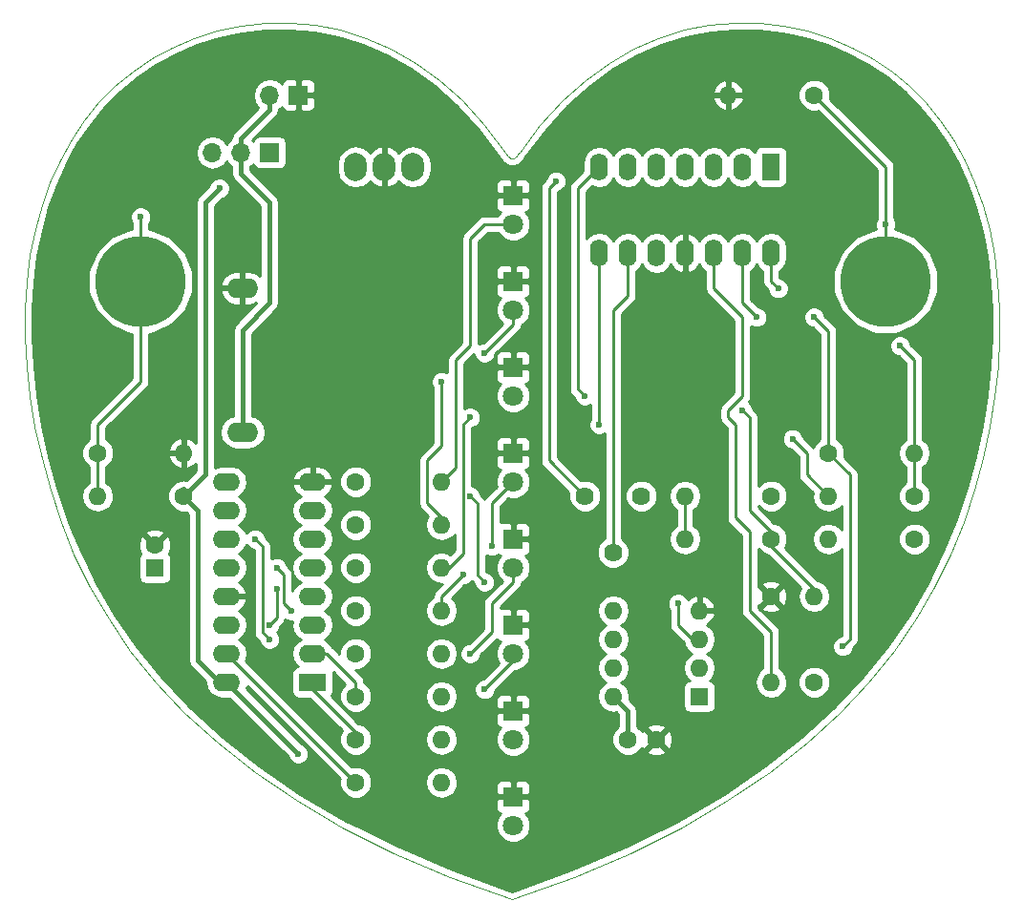
<source format=gbr>
G04 #@! TF.FileFunction,Copper,L1,Top,Signal*
%FSLAX46Y46*%
G04 Gerber Fmt 4.6, Leading zero omitted, Abs format (unit mm)*
G04 Created by KiCad (PCBNEW 4.0.7) date 11/09/18 11:24:19*
%MOMM*%
%LPD*%
G01*
G04 APERTURE LIST*
%ADD10C,0.100000*%
%ADD11O,2.750000X1.750000*%
%ADD12O,2.000000X2.500000*%
%ADD13R,1.700000X1.700000*%
%ADD14O,1.700000X1.700000*%
%ADD15C,1.620000*%
%ADD16C,1.600000*%
%ADD17O,1.600000X1.600000*%
%ADD18C,8.000000*%
%ADD19R,1.800000X1.800000*%
%ADD20C,1.800000*%
%ADD21R,1.600000X1.600000*%
%ADD22R,1.600000X2.400000*%
%ADD23O,1.600000X2.400000*%
%ADD24R,2.400000X1.600000*%
%ADD25O,2.400000X1.600000*%
%ADD26C,0.600000*%
%ADD27C,0.400000*%
%ADD28C,0.250000*%
%ADD29C,0.254000*%
G04 APERTURE END LIST*
D10*
X149092301Y-78771685D02*
X149124258Y-78727400D01*
X149060344Y-78815736D02*
X149092301Y-78771685D01*
X149028388Y-78859320D02*
X149060344Y-78815736D01*
X148996431Y-78902206D02*
X149028388Y-78859320D01*
X148964474Y-78944159D02*
X148996431Y-78902206D01*
X148932517Y-78984946D02*
X148964474Y-78944159D01*
X148900560Y-79024335D02*
X148932517Y-78984946D01*
X148868603Y-79062091D02*
X148900560Y-79024335D01*
X148836647Y-79097983D02*
X148868603Y-79062091D01*
X148804690Y-79131777D02*
X148836647Y-79097983D01*
X148772733Y-79163239D02*
X148804690Y-79131777D01*
X148740776Y-79192137D02*
X148772733Y-79163239D01*
X148708819Y-79218237D02*
X148740776Y-79192137D01*
X148676863Y-79241307D02*
X148708819Y-79218237D01*
X148644906Y-79261113D02*
X148676863Y-79241307D01*
X148612949Y-79277422D02*
X148644906Y-79261113D01*
X148580992Y-79290001D02*
X148612949Y-79277422D01*
X148549035Y-79298617D02*
X148580992Y-79290001D01*
X148517078Y-79303037D02*
X148549035Y-79298617D01*
X148485122Y-79303037D02*
X148517078Y-79303037D01*
X148453165Y-79298617D02*
X148485122Y-79303037D01*
X148421208Y-79290001D02*
X148453165Y-79298617D01*
X148389251Y-79277422D02*
X148421208Y-79290001D01*
X148357294Y-79261113D02*
X148389251Y-79277422D01*
X148325337Y-79241307D02*
X148357294Y-79261113D01*
X148293381Y-79218237D02*
X148325337Y-79241307D01*
X148261424Y-79192137D02*
X148293381Y-79218237D01*
X148229467Y-79163239D02*
X148261424Y-79192137D01*
X148197510Y-79131777D02*
X148229467Y-79163239D01*
X148165553Y-79097983D02*
X148197510Y-79131777D01*
X148133597Y-79062091D02*
X148165553Y-79097983D01*
X148101640Y-79024335D02*
X148133597Y-79062091D01*
X148069683Y-78984946D02*
X148101640Y-79024335D01*
X148037726Y-78944159D02*
X148069683Y-78984946D01*
X148005769Y-78902206D02*
X148037726Y-78944159D01*
X147973812Y-78859320D02*
X148005769Y-78902206D01*
X147941856Y-78815736D02*
X147973812Y-78859320D01*
X147909899Y-78771685D02*
X147941856Y-78815736D01*
X147877942Y-78727400D02*
X147909899Y-78771685D01*
X146024691Y-76265210D02*
X147877942Y-78727400D01*
X144066980Y-74126681D02*
X146024691Y-76265210D01*
X142021176Y-72299991D02*
X144066980Y-74126681D01*
X139903649Y-70773315D02*
X142021176Y-72299991D01*
X137730764Y-69534830D02*
X139903649Y-70773315D01*
X135518890Y-68572714D02*
X137730764Y-69534830D01*
X133284394Y-67875143D02*
X135518890Y-68572714D01*
X131043644Y-67430294D02*
X133284394Y-67875143D01*
X128813008Y-67226344D02*
X131043644Y-67430294D01*
X126608853Y-67251469D02*
X128813008Y-67226344D01*
X124447546Y-67493847D02*
X126608853Y-67251469D01*
X122345456Y-67941653D02*
X124447546Y-67493847D01*
X120318950Y-68583065D02*
X122345456Y-67941653D01*
X118384396Y-69406260D02*
X120318950Y-68583065D01*
X116558161Y-70399414D02*
X118384396Y-69406260D01*
X114856518Y-71550739D02*
X116558161Y-70399414D01*
X113290051Y-72850505D02*
X114856518Y-71550739D01*
X111860524Y-74292176D02*
X113290051Y-72850505D01*
X110568943Y-75869492D02*
X111860524Y-74292176D01*
X109416314Y-77576191D02*
X110568943Y-75869492D01*
X108403644Y-79406012D02*
X109416314Y-77576191D01*
X107531938Y-81352693D02*
X108403644Y-79406012D01*
X106802203Y-83409973D02*
X107531938Y-81352693D01*
X106215445Y-85571591D02*
X106802203Y-83409973D01*
X105772670Y-87831286D02*
X106215445Y-85571591D01*
X105474884Y-90182796D02*
X105772670Y-87831286D01*
X105323093Y-92619860D02*
X105474884Y-90182796D01*
X105318303Y-95136217D02*
X105323093Y-92619860D01*
X105461521Y-97725605D02*
X105318303Y-95136217D01*
X105753752Y-100381763D02*
X105461521Y-97725605D01*
X106196003Y-103098430D02*
X105753752Y-100381763D01*
X106790359Y-105868984D02*
X106196003Y-103098430D01*
X107551450Y-108682610D02*
X106790359Y-105868984D01*
X108502001Y-111525785D02*
X107551450Y-108682610D01*
X109664872Y-114384945D02*
X108502001Y-111525785D01*
X111062923Y-117246524D02*
X109664872Y-114384945D01*
X112719011Y-120096954D02*
X111062923Y-117246524D01*
X114655998Y-122922671D02*
X112719011Y-120096954D01*
X116896742Y-125710108D02*
X114655998Y-122922671D01*
X119464104Y-128445699D02*
X116896742Y-125710108D01*
X122380941Y-131115878D02*
X119464104Y-128445699D01*
X125670114Y-133707078D02*
X122380941Y-131115878D01*
X129354483Y-136205735D02*
X125670114Y-133707078D01*
X133456907Y-138598282D02*
X129354483Y-136205735D01*
X138000244Y-140871152D02*
X133456907Y-138598282D01*
X143007356Y-143010780D02*
X138000244Y-140871152D01*
X148501100Y-145003600D02*
X143007356Y-143010780D01*
X150977509Y-76265210D02*
X149124258Y-78727400D01*
X152935220Y-74126681D02*
X150977509Y-76265210D01*
X154981024Y-72299991D02*
X152935220Y-74126681D01*
X157098551Y-70773315D02*
X154981024Y-72299991D01*
X159271436Y-69534830D02*
X157098551Y-70773315D01*
X161483310Y-68572714D02*
X159271436Y-69534830D01*
X163717806Y-67875143D02*
X161483310Y-68572714D01*
X165958556Y-67430294D02*
X163717806Y-67875143D01*
X168189192Y-67226344D02*
X165958556Y-67430294D01*
X170393347Y-67251469D02*
X168189192Y-67226344D01*
X172554654Y-67493847D02*
X170393347Y-67251469D01*
X174656744Y-67941653D02*
X172554654Y-67493847D01*
X176683250Y-68583065D02*
X174656744Y-67941653D01*
X178617804Y-69406260D02*
X176683250Y-68583065D01*
X180444039Y-70399414D02*
X178617804Y-69406260D01*
X182145682Y-71550739D02*
X180444039Y-70399414D01*
X183712149Y-72850505D02*
X182145682Y-71550739D01*
X185141676Y-74292176D02*
X183712149Y-72850505D01*
X186433257Y-75869492D02*
X185141676Y-74292176D01*
X187585886Y-77576191D02*
X186433257Y-75869492D01*
X188598556Y-79406012D02*
X187585886Y-77576191D01*
X189470262Y-81352693D02*
X188598556Y-79406012D01*
X190199997Y-83409973D02*
X189470262Y-81352693D01*
X190786755Y-85571591D02*
X190199997Y-83409973D01*
X191229530Y-87831286D02*
X190786755Y-85571591D01*
X191527316Y-90182796D02*
X191229530Y-87831286D01*
X191679107Y-92619860D02*
X191527316Y-90182796D01*
X191683897Y-95136217D02*
X191679107Y-92619860D01*
X191540679Y-97725605D02*
X191683897Y-95136217D01*
X191248448Y-100381763D02*
X191540679Y-97725605D01*
X190806197Y-103098430D02*
X191248448Y-100381763D01*
X190211841Y-105868984D02*
X190806197Y-103098430D01*
X189450750Y-108682610D02*
X190211841Y-105868984D01*
X188500199Y-111525785D02*
X189450750Y-108682610D01*
X187337328Y-114384945D02*
X188500199Y-111525785D01*
X185939277Y-117246524D02*
X187337328Y-114384945D01*
X184283189Y-120096954D02*
X185939277Y-117246524D01*
X182346202Y-122922671D02*
X184283189Y-120096954D01*
X180105458Y-125710108D02*
X182346202Y-122922671D01*
X177538096Y-128445699D02*
X180105458Y-125710108D01*
X174621259Y-131115878D02*
X177538096Y-128445699D01*
X171332086Y-133707078D02*
X174621259Y-131115878D01*
X167647717Y-136205735D02*
X171332086Y-133707078D01*
X163545293Y-138598282D02*
X167647717Y-136205735D01*
X159001956Y-140871152D02*
X163545293Y-138598282D01*
X153994844Y-143010780D02*
X159001956Y-140871152D01*
X148501100Y-145003600D02*
X153994844Y-143010780D01*
D11*
X124590000Y-90755000D03*
X124590000Y-103555000D03*
D12*
X139700000Y-80010000D03*
X137160000Y-80010000D03*
X134620000Y-80010000D03*
D13*
X127000000Y-78740000D03*
D14*
X124460000Y-78740000D03*
X121920000Y-78740000D03*
D15*
X159940000Y-109220000D03*
X157440000Y-114220000D03*
X154940000Y-109220000D03*
D16*
X171450000Y-118110000D03*
D17*
X171450000Y-125730000D03*
D16*
X176530000Y-105410000D03*
D17*
X184150000Y-105410000D03*
D16*
X134620000Y-107950000D03*
D17*
X142240000Y-107950000D03*
D16*
X134620000Y-111760000D03*
D17*
X142240000Y-111760000D03*
D16*
X134620000Y-115570000D03*
D17*
X142240000Y-115570000D03*
D16*
X134620000Y-119380000D03*
D17*
X142240000Y-119380000D03*
D16*
X134620000Y-123190000D03*
D17*
X142240000Y-123190000D03*
D16*
X134620000Y-127000000D03*
D17*
X142240000Y-127000000D03*
D16*
X134620000Y-130810000D03*
D17*
X142240000Y-130810000D03*
D16*
X134620000Y-134620000D03*
D17*
X142240000Y-134620000D03*
D16*
X184150000Y-109220000D03*
D17*
X176530000Y-109220000D03*
D16*
X175260000Y-125730000D03*
D17*
X175260000Y-118110000D03*
D16*
X184150000Y-113030000D03*
D17*
X176530000Y-113030000D03*
D16*
X171450000Y-113030000D03*
D17*
X163830000Y-113030000D03*
D16*
X171450000Y-109220000D03*
D17*
X163830000Y-109220000D03*
D16*
X111760000Y-105410000D03*
D17*
X119380000Y-105410000D03*
D16*
X119380000Y-109220000D03*
D17*
X111760000Y-109220000D03*
D16*
X175260000Y-73660000D03*
D17*
X167640000Y-73660000D03*
D18*
X181610000Y-90170000D03*
D19*
X148590000Y-82550000D03*
D20*
X148590000Y-85090000D03*
D19*
X148590000Y-90170000D03*
D20*
X148590000Y-92710000D03*
D19*
X148590000Y-97790000D03*
D20*
X148590000Y-100330000D03*
D19*
X148590000Y-105410000D03*
D20*
X148590000Y-107950000D03*
D19*
X148590000Y-113030000D03*
D20*
X148590000Y-115570000D03*
D19*
X148590000Y-120650000D03*
D20*
X148590000Y-123190000D03*
D19*
X148590000Y-128270000D03*
D20*
X148590000Y-130810000D03*
D19*
X148590000Y-135890000D03*
D20*
X148590000Y-138430000D03*
D16*
X158750000Y-130810000D03*
X161250000Y-130810000D03*
D21*
X116840000Y-115570000D03*
D16*
X116840000Y-113570000D03*
D13*
X129540000Y-73660000D03*
D14*
X127000000Y-73660000D03*
D18*
X115570000Y-90170000D03*
D21*
X165100000Y-127000000D03*
D17*
X157480000Y-119380000D03*
X165100000Y-124460000D03*
X157480000Y-121920000D03*
X165100000Y-121920000D03*
X157480000Y-124460000D03*
X165100000Y-119380000D03*
X157480000Y-127000000D03*
D22*
X171450000Y-80010000D03*
D23*
X156210000Y-87630000D03*
X168910000Y-80010000D03*
X158750000Y-87630000D03*
X166370000Y-80010000D03*
X161290000Y-87630000D03*
X163830000Y-80010000D03*
X163830000Y-87630000D03*
X161290000Y-80010000D03*
X166370000Y-87630000D03*
X158750000Y-80010000D03*
X168910000Y-87630000D03*
X156210000Y-80010000D03*
X171450000Y-87630000D03*
D24*
X130810000Y-125730000D03*
D25*
X123190000Y-107950000D03*
X130810000Y-123190000D03*
X123190000Y-110490000D03*
X130810000Y-120650000D03*
X123190000Y-113030000D03*
X130810000Y-118110000D03*
X123190000Y-115570000D03*
X130810000Y-115570000D03*
X123190000Y-118110000D03*
X130810000Y-113030000D03*
X123190000Y-120650000D03*
X130810000Y-110490000D03*
X123190000Y-123190000D03*
X130810000Y-107950000D03*
X123190000Y-125730000D03*
D26*
X122555000Y-81915000D03*
X129540000Y-132080000D03*
X130810000Y-86360000D03*
X128905000Y-119380000D03*
X127635000Y-115570000D03*
X146050000Y-126365000D03*
X144780000Y-123190000D03*
X146685000Y-113665000D03*
X144145000Y-116205000D03*
X144780000Y-102235000D03*
X142240000Y-99060000D03*
X146050000Y-96520000D03*
X181610000Y-85090000D03*
X115570000Y-84455000D03*
X152400000Y-81280000D03*
X154940000Y-100330000D03*
X168910000Y-101600000D03*
X156210000Y-102870000D03*
X173355000Y-104140000D03*
X170180000Y-93345000D03*
X182880000Y-95885000D03*
X177800000Y-122555000D03*
X172085000Y-90805000D03*
X175260000Y-93345000D03*
X127000000Y-120650000D03*
X127635000Y-117475000D03*
X163195000Y-118745000D03*
X146050000Y-116840000D03*
X144780000Y-109220000D03*
X125730000Y-113030000D03*
X127000000Y-121920000D03*
D27*
X119380000Y-109220000D02*
X121285000Y-107315000D01*
X121285000Y-83185000D02*
X122555000Y-81915000D01*
X121285000Y-107315000D02*
X121285000Y-83185000D01*
X119380000Y-109220000D02*
X119380000Y-108585000D01*
X129540000Y-132080000D02*
X123190000Y-125730000D01*
X123190000Y-125730000D02*
X122555000Y-125730000D01*
X122555000Y-125730000D02*
X120650000Y-123825000D01*
X120650000Y-110490000D02*
X119380000Y-109220000D01*
X120650000Y-123825000D02*
X120650000Y-110490000D01*
X158750000Y-130810000D02*
X158750000Y-128270000D01*
X158750000Y-128270000D02*
X157480000Y-127000000D01*
D28*
X137160000Y-80010000D02*
X137160000Y-83185000D01*
X133985000Y-86360000D02*
X130810000Y-86360000D01*
X137160000Y-83185000D02*
X133985000Y-86360000D01*
X128270000Y-116205000D02*
X127635000Y-115570000D01*
X128270000Y-118745000D02*
X128270000Y-116205000D01*
X128905000Y-119380000D02*
X128270000Y-118745000D01*
X146050000Y-126365000D02*
X148590000Y-123825000D01*
X148590000Y-123825000D02*
X148590000Y-123190000D01*
X148590000Y-116840000D02*
X148590000Y-115570000D01*
X146685000Y-118745000D02*
X148590000Y-116840000D01*
X146685000Y-121285000D02*
X146685000Y-118745000D01*
X144780000Y-123190000D02*
X146685000Y-121285000D01*
X142240000Y-119380000D02*
X142240000Y-118110000D01*
X146685000Y-109855000D02*
X148590000Y-107950000D01*
X146685000Y-113665000D02*
X146685000Y-109855000D01*
X142240000Y-118110000D02*
X144145000Y-116205000D01*
X142240000Y-115570000D02*
X142875000Y-115570000D01*
X142875000Y-115570000D02*
X144145000Y-114300000D01*
X144145000Y-114300000D02*
X144145000Y-102870000D01*
X144145000Y-102870000D02*
X144780000Y-102235000D01*
X142240000Y-111760000D02*
X142240000Y-111125000D01*
X142240000Y-111125000D02*
X140970000Y-109855000D01*
X140970000Y-109855000D02*
X140970000Y-106045000D01*
X140970000Y-106045000D02*
X142240000Y-104775000D01*
X142240000Y-104775000D02*
X142240000Y-99060000D01*
X146050000Y-96520000D02*
X148590000Y-93980000D01*
X148590000Y-93980000D02*
X148590000Y-92710000D01*
X142240000Y-107950000D02*
X143510000Y-106680000D01*
X146050000Y-85090000D02*
X148590000Y-85090000D01*
X144780000Y-86360000D02*
X146050000Y-85090000D01*
X144780000Y-95885000D02*
X144780000Y-86360000D01*
X143510000Y-97155000D02*
X144780000Y-95885000D01*
X143510000Y-106680000D02*
X143510000Y-97155000D01*
D27*
X124590000Y-103555000D02*
X124590000Y-94485000D01*
X124460000Y-80645000D02*
X124460000Y-78740000D01*
X127000000Y-83185000D02*
X124460000Y-80645000D01*
X127000000Y-92075000D02*
X127000000Y-83185000D01*
X124590000Y-94485000D02*
X127000000Y-92075000D01*
X127000000Y-73660000D02*
X127000000Y-74930000D01*
X124460000Y-77470000D02*
X124460000Y-78740000D01*
X127000000Y-74930000D02*
X124460000Y-77470000D01*
D28*
X175260000Y-73660000D02*
X181610000Y-80010000D01*
X181610000Y-80010000D02*
X181610000Y-85090000D01*
X181610000Y-85090000D02*
X181610000Y-90170000D01*
X115570000Y-84455000D02*
X115570000Y-90170000D01*
X111760000Y-105410000D02*
X111760000Y-102870000D01*
X115570000Y-99060000D02*
X115570000Y-90170000D01*
X111760000Y-102870000D02*
X115570000Y-99060000D01*
X111760000Y-109220000D02*
X111760000Y-105410000D01*
X157440000Y-114220000D02*
X157440000Y-92750000D01*
X158750000Y-91440000D02*
X158750000Y-87630000D01*
X157440000Y-92750000D02*
X158750000Y-91440000D01*
X154940000Y-109220000D02*
X151765000Y-106045000D01*
X151765000Y-81915000D02*
X152400000Y-81280000D01*
X151765000Y-106045000D02*
X151765000Y-81915000D01*
X163830000Y-109220000D02*
X163830000Y-113030000D01*
X171450000Y-113030000D02*
X171450000Y-112395000D01*
X171450000Y-112395000D02*
X169545000Y-110490000D01*
X154305000Y-81915000D02*
X156210000Y-80010000D01*
X154305000Y-99695000D02*
X154305000Y-81915000D01*
X154940000Y-100330000D02*
X154305000Y-99695000D01*
X169545000Y-102235000D02*
X168910000Y-101600000D01*
X169545000Y-110490000D02*
X169545000Y-102235000D01*
X175260000Y-118110000D02*
X175260000Y-117475000D01*
X175260000Y-117475000D02*
X171450000Y-113665000D01*
X171450000Y-113665000D02*
X171450000Y-113030000D01*
X176530000Y-109220000D02*
X174625000Y-107315000D01*
X156210000Y-102870000D02*
X156210000Y-87630000D01*
X174625000Y-105410000D02*
X173355000Y-104140000D01*
X174625000Y-107315000D02*
X174625000Y-105410000D01*
X168275000Y-102870000D02*
X167640000Y-102235000D01*
X171450000Y-121285000D02*
X169545000Y-119380000D01*
X169545000Y-119380000D02*
X169545000Y-112395000D01*
X169545000Y-112395000D02*
X168275000Y-111125000D01*
X168275000Y-111125000D02*
X168275000Y-102870000D01*
X171450000Y-125730000D02*
X171450000Y-121285000D01*
X166370000Y-90805000D02*
X166370000Y-87630000D01*
X168910000Y-93345000D02*
X166370000Y-90805000D01*
X168910000Y-100330000D02*
X168910000Y-93345000D01*
X167640000Y-101600000D02*
X168910000Y-100330000D01*
X167640000Y-102235000D02*
X167640000Y-101600000D01*
X184150000Y-109220000D02*
X184150000Y-105410000D01*
X184150000Y-105410000D02*
X184150000Y-97155000D01*
X168910000Y-92075000D02*
X168910000Y-87630000D01*
X170180000Y-93345000D02*
X168910000Y-92075000D01*
X184150000Y-97155000D02*
X182880000Y-95885000D01*
X134620000Y-134620000D02*
X123190000Y-123190000D01*
X134620000Y-130810000D02*
X134620000Y-130175000D01*
X134620000Y-130175000D02*
X130810000Y-126365000D01*
X130810000Y-126365000D02*
X130810000Y-125730000D01*
X130810000Y-123190000D02*
X132080000Y-123190000D01*
X134620000Y-125730000D02*
X134620000Y-127000000D01*
X132080000Y-123190000D02*
X134620000Y-125730000D01*
X178435000Y-107315000D02*
X176530000Y-105410000D01*
X178435000Y-121920000D02*
X178435000Y-107315000D01*
X177800000Y-122555000D02*
X178435000Y-121920000D01*
X176530000Y-105410000D02*
X176530000Y-94615000D01*
X171450000Y-90170000D02*
X171450000Y-87630000D01*
X172085000Y-90805000D02*
X171450000Y-90170000D01*
X176530000Y-94615000D02*
X175260000Y-93345000D01*
X127635000Y-120015000D02*
X127000000Y-120650000D01*
X127635000Y-117475000D02*
X127635000Y-120015000D01*
X165100000Y-121920000D02*
X164465000Y-121920000D01*
X164465000Y-121920000D02*
X163195000Y-120650000D01*
X163195000Y-120650000D02*
X163195000Y-118745000D01*
X146050000Y-116840000D02*
X145415000Y-116205000D01*
X145415000Y-116205000D02*
X145415000Y-109855000D01*
X145415000Y-109855000D02*
X144780000Y-109220000D01*
X126365000Y-113665000D02*
X125730000Y-113030000D01*
X126365000Y-121285000D02*
X126365000Y-113665000D01*
X127000000Y-121920000D02*
X126365000Y-121285000D01*
D29*
G36*
X170351161Y-67936032D02*
X172444857Y-68170828D01*
X174481620Y-68604717D01*
X176445251Y-69226229D01*
X178319385Y-70023713D01*
X180087645Y-70985339D01*
X181734063Y-72099299D01*
X183249151Y-73356433D01*
X184632323Y-74751355D01*
X185883260Y-76279035D01*
X187001238Y-77934427D01*
X187985202Y-79712376D01*
X188833857Y-81607582D01*
X189545725Y-83614493D01*
X190119253Y-85727371D01*
X190552863Y-87940294D01*
X190845000Y-90247190D01*
X190994147Y-92641817D01*
X190998861Y-95117937D01*
X190857752Y-97669190D01*
X190569499Y-100289203D01*
X190132847Y-102971474D01*
X189545874Y-105707611D01*
X188794747Y-108484404D01*
X187857459Y-111287909D01*
X186711600Y-114105240D01*
X185334616Y-116923699D01*
X183703739Y-119730736D01*
X181795955Y-122513850D01*
X179588013Y-125260481D01*
X177056399Y-127957981D01*
X174177428Y-130593496D01*
X170927387Y-133153868D01*
X167282508Y-135625744D01*
X163219180Y-137995490D01*
X158713873Y-140249335D01*
X153743273Y-142373361D01*
X148501100Y-144274925D01*
X143258927Y-142373361D01*
X138288327Y-140249335D01*
X135259242Y-138733991D01*
X147054735Y-138733991D01*
X147287932Y-139298371D01*
X147719357Y-139730551D01*
X148283330Y-139964733D01*
X148893991Y-139965265D01*
X149458371Y-139732068D01*
X149890551Y-139300643D01*
X150124733Y-138736670D01*
X150125265Y-138126009D01*
X149892068Y-137561629D01*
X149714908Y-137384159D01*
X149849699Y-137328327D01*
X150028327Y-137149698D01*
X150125000Y-136916309D01*
X150125000Y-136175750D01*
X149966250Y-136017000D01*
X148717000Y-136017000D01*
X148717000Y-136037000D01*
X148463000Y-136037000D01*
X148463000Y-136017000D01*
X147213750Y-136017000D01*
X147055000Y-136175750D01*
X147055000Y-136916309D01*
X147151673Y-137149698D01*
X147330301Y-137328327D01*
X147464994Y-137384119D01*
X147289449Y-137559357D01*
X147055267Y-138123330D01*
X147054735Y-138733991D01*
X135259242Y-138733991D01*
X133783020Y-137995490D01*
X129719688Y-135625742D01*
X126074806Y-133153863D01*
X122824765Y-130593491D01*
X119945807Y-127957987D01*
X117414187Y-125260481D01*
X115206233Y-122513835D01*
X113298457Y-119730729D01*
X111667584Y-116923699D01*
X110615375Y-114770000D01*
X115392560Y-114770000D01*
X115392560Y-116370000D01*
X115436838Y-116605317D01*
X115575910Y-116821441D01*
X115788110Y-116966431D01*
X116040000Y-117017440D01*
X117640000Y-117017440D01*
X117875317Y-116973162D01*
X118091441Y-116834090D01*
X118236431Y-116621890D01*
X118287440Y-116370000D01*
X118287440Y-114770000D01*
X118243162Y-114534683D01*
X118104090Y-114318559D01*
X118097452Y-114314023D01*
X118286965Y-113786777D01*
X118259778Y-113216546D01*
X118093864Y-112815995D01*
X117847745Y-112741861D01*
X117019605Y-113570000D01*
X117033748Y-113584142D01*
X116854143Y-113763748D01*
X116840000Y-113749605D01*
X116825858Y-113763748D01*
X116646252Y-113584142D01*
X116660395Y-113570000D01*
X115832255Y-112741861D01*
X115586136Y-112815995D01*
X115393035Y-113353223D01*
X115420222Y-113923454D01*
X115582384Y-114314947D01*
X115443569Y-114518110D01*
X115392560Y-114770000D01*
X110615375Y-114770000D01*
X110290600Y-114105240D01*
X109663041Y-112562255D01*
X116011861Y-112562255D01*
X116840000Y-113390395D01*
X117668139Y-112562255D01*
X117594005Y-112316136D01*
X117056777Y-112123035D01*
X116486546Y-112150222D01*
X116085995Y-112316136D01*
X116011861Y-112562255D01*
X109663041Y-112562255D01*
X109144743Y-111287913D01*
X108453383Y-109220000D01*
X110296887Y-109220000D01*
X110406120Y-109769151D01*
X110717189Y-110234698D01*
X111182736Y-110545767D01*
X111731887Y-110655000D01*
X111788113Y-110655000D01*
X112337264Y-110545767D01*
X112802811Y-110234698D01*
X113113880Y-109769151D01*
X113166584Y-109504187D01*
X117944752Y-109504187D01*
X118162757Y-110031800D01*
X118566077Y-110435824D01*
X119093309Y-110654750D01*
X119634354Y-110655222D01*
X119815000Y-110835868D01*
X119815000Y-123825000D01*
X119878561Y-124144541D01*
X120033297Y-124376120D01*
X120059566Y-124415434D01*
X121328189Y-125684057D01*
X121319050Y-125730000D01*
X121428283Y-126279151D01*
X121739352Y-126744698D01*
X122204899Y-127055767D01*
X122754050Y-127165000D01*
X123444132Y-127165000D01*
X128647465Y-132368333D01*
X128746883Y-132608943D01*
X129009673Y-132872192D01*
X129353201Y-133014838D01*
X129725167Y-133015162D01*
X130068943Y-132873117D01*
X130332192Y-132610327D01*
X130474838Y-132266799D01*
X130475162Y-131894833D01*
X130333117Y-131551057D01*
X130070327Y-131287808D01*
X129828090Y-131187222D01*
X124939021Y-126298153D01*
X124951717Y-126279151D01*
X124993631Y-126068433D01*
X133206744Y-134281546D01*
X133185250Y-134333309D01*
X133184752Y-134904187D01*
X133402757Y-135431800D01*
X133806077Y-135835824D01*
X134333309Y-136054750D01*
X134904187Y-136055248D01*
X135431800Y-135837243D01*
X135835824Y-135433923D01*
X136054750Y-134906691D01*
X136055000Y-134620000D01*
X140776887Y-134620000D01*
X140886120Y-135169151D01*
X141197189Y-135634698D01*
X141662736Y-135945767D01*
X142211887Y-136055000D01*
X142268113Y-136055000D01*
X142817264Y-135945767D01*
X143282811Y-135634698D01*
X143593880Y-135169151D01*
X143654639Y-134863691D01*
X147055000Y-134863691D01*
X147055000Y-135604250D01*
X147213750Y-135763000D01*
X148463000Y-135763000D01*
X148463000Y-134513750D01*
X148717000Y-134513750D01*
X148717000Y-135763000D01*
X149966250Y-135763000D01*
X150125000Y-135604250D01*
X150125000Y-134863691D01*
X150028327Y-134630302D01*
X149849699Y-134451673D01*
X149616310Y-134355000D01*
X148875750Y-134355000D01*
X148717000Y-134513750D01*
X148463000Y-134513750D01*
X148304250Y-134355000D01*
X147563690Y-134355000D01*
X147330301Y-134451673D01*
X147151673Y-134630302D01*
X147055000Y-134863691D01*
X143654639Y-134863691D01*
X143703113Y-134620000D01*
X143593880Y-134070849D01*
X143282811Y-133605302D01*
X142817264Y-133294233D01*
X142268113Y-133185000D01*
X142211887Y-133185000D01*
X141662736Y-133294233D01*
X141197189Y-133605302D01*
X140886120Y-134070849D01*
X140776887Y-134620000D01*
X136055000Y-134620000D01*
X136055248Y-134335813D01*
X135837243Y-133808200D01*
X135433923Y-133404176D01*
X134906691Y-133185250D01*
X134335813Y-133184752D01*
X134281851Y-133207049D01*
X124896536Y-123821734D01*
X124951717Y-123739151D01*
X125060950Y-123190000D01*
X124951717Y-122640849D01*
X124640648Y-122175302D01*
X124258562Y-121920000D01*
X124640648Y-121664698D01*
X124951717Y-121199151D01*
X125060950Y-120650000D01*
X124951717Y-120100849D01*
X124640648Y-119635302D01*
X124262293Y-119382493D01*
X124694500Y-119034896D01*
X124964367Y-118541819D01*
X124981904Y-118459039D01*
X124859915Y-118237000D01*
X123317000Y-118237000D01*
X123317000Y-118257000D01*
X123063000Y-118257000D01*
X123063000Y-118237000D01*
X123043000Y-118237000D01*
X123043000Y-117983000D01*
X123063000Y-117983000D01*
X123063000Y-117963000D01*
X123317000Y-117963000D01*
X123317000Y-117983000D01*
X124859915Y-117983000D01*
X124981904Y-117760961D01*
X124964367Y-117678181D01*
X124694500Y-117185104D01*
X124262293Y-116837507D01*
X124640648Y-116584698D01*
X124951717Y-116119151D01*
X125060950Y-115570000D01*
X124951717Y-115020849D01*
X124640648Y-114555302D01*
X124258562Y-114300000D01*
X124640648Y-114044698D01*
X124951717Y-113579151D01*
X124952604Y-113574692D01*
X125199673Y-113822192D01*
X125543201Y-113964838D01*
X125590077Y-113964879D01*
X125605000Y-113979802D01*
X125605000Y-121285000D01*
X125662852Y-121575839D01*
X125827599Y-121822401D01*
X126064878Y-122059680D01*
X126064838Y-122105167D01*
X126206883Y-122448943D01*
X126469673Y-122712192D01*
X126813201Y-122854838D01*
X127185167Y-122855162D01*
X127528943Y-122713117D01*
X127792192Y-122450327D01*
X127934838Y-122106799D01*
X127935162Y-121734833D01*
X127793117Y-121391057D01*
X127687290Y-121285046D01*
X127792192Y-121180327D01*
X127934838Y-120836799D01*
X127934879Y-120789923D01*
X128172401Y-120552401D01*
X128337148Y-120305839D01*
X128365550Y-120163053D01*
X128374673Y-120172192D01*
X128718201Y-120314838D01*
X129005668Y-120315088D01*
X128939050Y-120650000D01*
X129048283Y-121199151D01*
X129359352Y-121664698D01*
X129741438Y-121920000D01*
X129359352Y-122175302D01*
X129048283Y-122640849D01*
X128939050Y-123190000D01*
X129048283Y-123739151D01*
X129359352Y-124204698D01*
X129505350Y-124302251D01*
X129374683Y-124326838D01*
X129158559Y-124465910D01*
X129013569Y-124678110D01*
X128962560Y-124930000D01*
X128962560Y-126530000D01*
X129006838Y-126765317D01*
X129145910Y-126981441D01*
X129358110Y-127126431D01*
X129610000Y-127177440D01*
X130547638Y-127177440D01*
X133393056Y-130022858D01*
X133185250Y-130523309D01*
X133184752Y-131094187D01*
X133402757Y-131621800D01*
X133806077Y-132025824D01*
X134333309Y-132244750D01*
X134904187Y-132245248D01*
X135431800Y-132027243D01*
X135835824Y-131623923D01*
X136054750Y-131096691D01*
X136055000Y-130810000D01*
X140776887Y-130810000D01*
X140886120Y-131359151D01*
X141197189Y-131824698D01*
X141662736Y-132135767D01*
X142211887Y-132245000D01*
X142268113Y-132245000D01*
X142817264Y-132135767D01*
X143282811Y-131824698D01*
X143593880Y-131359151D01*
X143642645Y-131113991D01*
X147054735Y-131113991D01*
X147287932Y-131678371D01*
X147719357Y-132110551D01*
X148283330Y-132344733D01*
X148893991Y-132345265D01*
X149458371Y-132112068D01*
X149890551Y-131680643D01*
X150124733Y-131116670D01*
X150125265Y-130506009D01*
X149892068Y-129941629D01*
X149714908Y-129764159D01*
X149849699Y-129708327D01*
X150028327Y-129529698D01*
X150125000Y-129296309D01*
X150125000Y-128555750D01*
X149966250Y-128397000D01*
X148717000Y-128397000D01*
X148717000Y-128417000D01*
X148463000Y-128417000D01*
X148463000Y-128397000D01*
X147213750Y-128397000D01*
X147055000Y-128555750D01*
X147055000Y-129296309D01*
X147151673Y-129529698D01*
X147330301Y-129708327D01*
X147464994Y-129764119D01*
X147289449Y-129939357D01*
X147055267Y-130503330D01*
X147054735Y-131113991D01*
X143642645Y-131113991D01*
X143703113Y-130810000D01*
X143593880Y-130260849D01*
X143282811Y-129795302D01*
X142817264Y-129484233D01*
X142268113Y-129375000D01*
X142211887Y-129375000D01*
X141662736Y-129484233D01*
X141197189Y-129795302D01*
X140886120Y-130260849D01*
X140776887Y-130810000D01*
X136055000Y-130810000D01*
X136055248Y-130525813D01*
X135837243Y-129998200D01*
X135433923Y-129594176D01*
X134906691Y-129375250D01*
X134895042Y-129375240D01*
X132482732Y-126962930D01*
X132606431Y-126781890D01*
X132657440Y-126530000D01*
X132657440Y-124930000D01*
X132637100Y-124821902D01*
X133702986Y-125887788D01*
X133404176Y-126186077D01*
X133185250Y-126713309D01*
X133184752Y-127284187D01*
X133402757Y-127811800D01*
X133806077Y-128215824D01*
X134333309Y-128434750D01*
X134904187Y-128435248D01*
X135431800Y-128217243D01*
X135835824Y-127813923D01*
X136054750Y-127286691D01*
X136055000Y-127000000D01*
X140776887Y-127000000D01*
X140886120Y-127549151D01*
X141197189Y-128014698D01*
X141662736Y-128325767D01*
X142211887Y-128435000D01*
X142268113Y-128435000D01*
X142817264Y-128325767D01*
X143282811Y-128014698D01*
X143593880Y-127549151D01*
X143703113Y-127000000D01*
X143593880Y-126450849D01*
X143282811Y-125985302D01*
X142817264Y-125674233D01*
X142268113Y-125565000D01*
X142211887Y-125565000D01*
X141662736Y-125674233D01*
X141197189Y-125985302D01*
X140886120Y-126450849D01*
X140776887Y-127000000D01*
X136055000Y-127000000D01*
X136055248Y-126715813D01*
X135837243Y-126188200D01*
X135433923Y-125784176D01*
X135380000Y-125761785D01*
X135380000Y-125730000D01*
X135322148Y-125439161D01*
X135322148Y-125439160D01*
X135157401Y-125192599D01*
X134589776Y-124624974D01*
X134904187Y-124625248D01*
X135431800Y-124407243D01*
X135835824Y-124003923D01*
X136054750Y-123476691D01*
X136055000Y-123190000D01*
X140776887Y-123190000D01*
X140886120Y-123739151D01*
X141197189Y-124204698D01*
X141662736Y-124515767D01*
X142211887Y-124625000D01*
X142268113Y-124625000D01*
X142817264Y-124515767D01*
X143282811Y-124204698D01*
X143593880Y-123739151D01*
X143703113Y-123190000D01*
X143593880Y-122640849D01*
X143282811Y-122175302D01*
X142817264Y-121864233D01*
X142268113Y-121755000D01*
X142211887Y-121755000D01*
X141662736Y-121864233D01*
X141197189Y-122175302D01*
X140886120Y-122640849D01*
X140776887Y-123190000D01*
X136055000Y-123190000D01*
X136055248Y-122905813D01*
X135837243Y-122378200D01*
X135433923Y-121974176D01*
X134906691Y-121755250D01*
X134335813Y-121754752D01*
X133808200Y-121972757D01*
X133404176Y-122376077D01*
X133185250Y-122903309D01*
X133184974Y-123220172D01*
X132617401Y-122652599D01*
X132549054Y-122606931D01*
X132260648Y-122175302D01*
X131878562Y-121920000D01*
X132260648Y-121664698D01*
X132571717Y-121199151D01*
X132680950Y-120650000D01*
X132571717Y-120100849D01*
X132279949Y-119664187D01*
X133184752Y-119664187D01*
X133402757Y-120191800D01*
X133806077Y-120595824D01*
X134333309Y-120814750D01*
X134904187Y-120815248D01*
X135431800Y-120597243D01*
X135835824Y-120193923D01*
X136054750Y-119666691D01*
X136055248Y-119095813D01*
X135837243Y-118568200D01*
X135433923Y-118164176D01*
X134906691Y-117945250D01*
X134335813Y-117944752D01*
X133808200Y-118162757D01*
X133404176Y-118566077D01*
X133185250Y-119093309D01*
X133184752Y-119664187D01*
X132279949Y-119664187D01*
X132260648Y-119635302D01*
X131878562Y-119380000D01*
X132260648Y-119124698D01*
X132571717Y-118659151D01*
X132680950Y-118110000D01*
X132571717Y-117560849D01*
X132260648Y-117095302D01*
X131878562Y-116840000D01*
X132260648Y-116584698D01*
X132571717Y-116119151D01*
X132624421Y-115854187D01*
X133184752Y-115854187D01*
X133402757Y-116381800D01*
X133806077Y-116785824D01*
X134333309Y-117004750D01*
X134904187Y-117005248D01*
X135431800Y-116787243D01*
X135835824Y-116383923D01*
X136054750Y-115856691D01*
X136055248Y-115285813D01*
X135837243Y-114758200D01*
X135433923Y-114354176D01*
X134906691Y-114135250D01*
X134335813Y-114134752D01*
X133808200Y-114352757D01*
X133404176Y-114756077D01*
X133185250Y-115283309D01*
X133184752Y-115854187D01*
X132624421Y-115854187D01*
X132680950Y-115570000D01*
X132571717Y-115020849D01*
X132260648Y-114555302D01*
X131878562Y-114300000D01*
X132260648Y-114044698D01*
X132571717Y-113579151D01*
X132680950Y-113030000D01*
X132571717Y-112480849D01*
X132279949Y-112044187D01*
X133184752Y-112044187D01*
X133402757Y-112571800D01*
X133806077Y-112975824D01*
X134333309Y-113194750D01*
X134904187Y-113195248D01*
X135431800Y-112977243D01*
X135835824Y-112573923D01*
X136054750Y-112046691D01*
X136055248Y-111475813D01*
X135837243Y-110948200D01*
X135433923Y-110544176D01*
X134906691Y-110325250D01*
X134335813Y-110324752D01*
X133808200Y-110542757D01*
X133404176Y-110946077D01*
X133185250Y-111473309D01*
X133184752Y-112044187D01*
X132279949Y-112044187D01*
X132260648Y-112015302D01*
X131878562Y-111760000D01*
X132260648Y-111504698D01*
X132571717Y-111039151D01*
X132680950Y-110490000D01*
X132571717Y-109940849D01*
X132260648Y-109475302D01*
X131882293Y-109222493D01*
X132314500Y-108874896D01*
X132584367Y-108381819D01*
X132601904Y-108299039D01*
X132566275Y-108234187D01*
X133184752Y-108234187D01*
X133402757Y-108761800D01*
X133806077Y-109165824D01*
X134333309Y-109384750D01*
X134904187Y-109385248D01*
X135431800Y-109167243D01*
X135835824Y-108763923D01*
X136054750Y-108236691D01*
X136055248Y-107665813D01*
X135837243Y-107138200D01*
X135433923Y-106734176D01*
X134906691Y-106515250D01*
X134335813Y-106514752D01*
X133808200Y-106732757D01*
X133404176Y-107136077D01*
X133185250Y-107663309D01*
X133184752Y-108234187D01*
X132566275Y-108234187D01*
X132479915Y-108077000D01*
X130937000Y-108077000D01*
X130937000Y-108097000D01*
X130683000Y-108097000D01*
X130683000Y-108077000D01*
X129140085Y-108077000D01*
X129018096Y-108299039D01*
X129035633Y-108381819D01*
X129305500Y-108874896D01*
X129737707Y-109222493D01*
X129359352Y-109475302D01*
X129048283Y-109940849D01*
X128939050Y-110490000D01*
X129048283Y-111039151D01*
X129359352Y-111504698D01*
X129741438Y-111760000D01*
X129359352Y-112015302D01*
X129048283Y-112480849D01*
X128939050Y-113030000D01*
X129048283Y-113579151D01*
X129359352Y-114044698D01*
X129741438Y-114300000D01*
X129359352Y-114555302D01*
X129048283Y-115020849D01*
X128939050Y-115570000D01*
X129048283Y-116119151D01*
X129359352Y-116584698D01*
X129741438Y-116840000D01*
X129359352Y-117095302D01*
X129048283Y-117560849D01*
X129030000Y-117652764D01*
X129030000Y-116205000D01*
X128972148Y-115914161D01*
X128807401Y-115667599D01*
X128570122Y-115430320D01*
X128570162Y-115384833D01*
X128428117Y-115041057D01*
X128165327Y-114777808D01*
X127821799Y-114635162D01*
X127449833Y-114634838D01*
X127125000Y-114769056D01*
X127125000Y-113665000D01*
X127067148Y-113374161D01*
X126902401Y-113127599D01*
X126665122Y-112890320D01*
X126665162Y-112844833D01*
X126523117Y-112501057D01*
X126260327Y-112237808D01*
X125916799Y-112095162D01*
X125544833Y-112094838D01*
X125201057Y-112236883D01*
X124952537Y-112484970D01*
X124951717Y-112480849D01*
X124640648Y-112015302D01*
X124258562Y-111760000D01*
X124640648Y-111504698D01*
X124951717Y-111039151D01*
X125060950Y-110490000D01*
X124951717Y-109940849D01*
X124640648Y-109475302D01*
X124258562Y-109220000D01*
X124640648Y-108964698D01*
X124951717Y-108499151D01*
X125060950Y-107950000D01*
X124991522Y-107600961D01*
X129018096Y-107600961D01*
X129140085Y-107823000D01*
X130683000Y-107823000D01*
X130683000Y-106515000D01*
X130937000Y-106515000D01*
X130937000Y-107823000D01*
X132479915Y-107823000D01*
X132601904Y-107600961D01*
X132584367Y-107518181D01*
X132314500Y-107025104D01*
X131876483Y-106672834D01*
X131337000Y-106515000D01*
X130937000Y-106515000D01*
X130683000Y-106515000D01*
X130283000Y-106515000D01*
X129743517Y-106672834D01*
X129305500Y-107025104D01*
X129035633Y-107518181D01*
X129018096Y-107600961D01*
X124991522Y-107600961D01*
X124951717Y-107400849D01*
X124640648Y-106935302D01*
X124175101Y-106624233D01*
X123625950Y-106515000D01*
X122754050Y-106515000D01*
X122204899Y-106624233D01*
X122120000Y-106680961D01*
X122120000Y-106045000D01*
X140210000Y-106045000D01*
X140210000Y-109855000D01*
X140267852Y-110145839D01*
X140432599Y-110392401D01*
X141032289Y-110992091D01*
X140886120Y-111210849D01*
X140776887Y-111760000D01*
X140886120Y-112309151D01*
X141197189Y-112774698D01*
X141662736Y-113085767D01*
X142211887Y-113195000D01*
X142268113Y-113195000D01*
X142817264Y-113085767D01*
X143282811Y-112774698D01*
X143385000Y-112621762D01*
X143385000Y-113985198D01*
X143002317Y-114367881D01*
X142817264Y-114244233D01*
X142268113Y-114135000D01*
X142211887Y-114135000D01*
X141662736Y-114244233D01*
X141197189Y-114555302D01*
X140886120Y-115020849D01*
X140776887Y-115570000D01*
X140886120Y-116119151D01*
X141197189Y-116584698D01*
X141662736Y-116895767D01*
X142211887Y-117005000D01*
X142268113Y-117005000D01*
X142270716Y-117004482D01*
X141702599Y-117572599D01*
X141537852Y-117819161D01*
X141480000Y-118110000D01*
X141480000Y-118176333D01*
X141197189Y-118365302D01*
X140886120Y-118830849D01*
X140776887Y-119380000D01*
X140886120Y-119929151D01*
X141197189Y-120394698D01*
X141662736Y-120705767D01*
X142211887Y-120815000D01*
X142268113Y-120815000D01*
X142817264Y-120705767D01*
X143282811Y-120394698D01*
X143593880Y-119929151D01*
X143703113Y-119380000D01*
X143593880Y-118830849D01*
X143282811Y-118365302D01*
X143148946Y-118275856D01*
X144284680Y-117140122D01*
X144330167Y-117140162D01*
X144673943Y-116998117D01*
X144903829Y-116768631D01*
X145114878Y-116979680D01*
X145114838Y-117025167D01*
X145256883Y-117368943D01*
X145519673Y-117632192D01*
X145863201Y-117774838D01*
X146235167Y-117775162D01*
X146578943Y-117633117D01*
X146842192Y-117370327D01*
X146984838Y-117026799D01*
X146985162Y-116654833D01*
X146843117Y-116311057D01*
X146580327Y-116047808D01*
X146236799Y-115905162D01*
X146189923Y-115905121D01*
X146175000Y-115890198D01*
X146175000Y-114465633D01*
X146498201Y-114599838D01*
X146870167Y-114600162D01*
X147213943Y-114458117D01*
X147267063Y-114405089D01*
X147330301Y-114468327D01*
X147464994Y-114524119D01*
X147289449Y-114699357D01*
X147055267Y-115263330D01*
X147054735Y-115873991D01*
X147287932Y-116438371D01*
X147602105Y-116753093D01*
X146147599Y-118207599D01*
X145982852Y-118454161D01*
X145925000Y-118745000D01*
X145925000Y-120970198D01*
X144640320Y-122254878D01*
X144594833Y-122254838D01*
X144251057Y-122396883D01*
X143987808Y-122659673D01*
X143845162Y-123003201D01*
X143844838Y-123375167D01*
X143986883Y-123718943D01*
X144249673Y-123982192D01*
X144593201Y-124124838D01*
X144965167Y-124125162D01*
X145308943Y-123983117D01*
X145572192Y-123720327D01*
X145714838Y-123376799D01*
X145714879Y-123329923D01*
X147146820Y-121897982D01*
X147151673Y-121909698D01*
X147330301Y-122088327D01*
X147464994Y-122144119D01*
X147289449Y-122319357D01*
X147055267Y-122883330D01*
X147054735Y-123493991D01*
X147286147Y-124054051D01*
X145910320Y-125429878D01*
X145864833Y-125429838D01*
X145521057Y-125571883D01*
X145257808Y-125834673D01*
X145115162Y-126178201D01*
X145114838Y-126550167D01*
X145256883Y-126893943D01*
X145519673Y-127157192D01*
X145863201Y-127299838D01*
X146235167Y-127300162D01*
X146371837Y-127243691D01*
X147055000Y-127243691D01*
X147055000Y-127984250D01*
X147213750Y-128143000D01*
X148463000Y-128143000D01*
X148463000Y-126893750D01*
X148717000Y-126893750D01*
X148717000Y-128143000D01*
X149966250Y-128143000D01*
X150125000Y-127984250D01*
X150125000Y-127243691D01*
X150028327Y-127010302D01*
X149849699Y-126831673D01*
X149616310Y-126735000D01*
X148875750Y-126735000D01*
X148717000Y-126893750D01*
X148463000Y-126893750D01*
X148304250Y-126735000D01*
X147563690Y-126735000D01*
X147330301Y-126831673D01*
X147151673Y-127010302D01*
X147055000Y-127243691D01*
X146371837Y-127243691D01*
X146578943Y-127158117D01*
X146842192Y-126895327D01*
X146984838Y-126551799D01*
X146984879Y-126504923D01*
X148764650Y-124725152D01*
X148893991Y-124725265D01*
X149458371Y-124492068D01*
X149890551Y-124060643D01*
X150124733Y-123496670D01*
X150125265Y-122886009D01*
X149892068Y-122321629D01*
X149714908Y-122144159D01*
X149849699Y-122088327D01*
X150028327Y-121909698D01*
X150125000Y-121676309D01*
X150125000Y-120935750D01*
X149966250Y-120777000D01*
X148717000Y-120777000D01*
X148717000Y-120797000D01*
X148463000Y-120797000D01*
X148463000Y-120777000D01*
X148443000Y-120777000D01*
X148443000Y-120523000D01*
X148463000Y-120523000D01*
X148463000Y-119273750D01*
X148717000Y-119273750D01*
X148717000Y-120523000D01*
X149966250Y-120523000D01*
X150125000Y-120364250D01*
X150125000Y-119623691D01*
X150028327Y-119390302D01*
X150018026Y-119380000D01*
X156016887Y-119380000D01*
X156126120Y-119929151D01*
X156437189Y-120394698D01*
X156819275Y-120650000D01*
X156437189Y-120905302D01*
X156126120Y-121370849D01*
X156016887Y-121920000D01*
X156126120Y-122469151D01*
X156437189Y-122934698D01*
X156819275Y-123190000D01*
X156437189Y-123445302D01*
X156126120Y-123910849D01*
X156016887Y-124460000D01*
X156126120Y-125009151D01*
X156437189Y-125474698D01*
X156819275Y-125730000D01*
X156437189Y-125985302D01*
X156126120Y-126450849D01*
X156016887Y-127000000D01*
X156126120Y-127549151D01*
X156437189Y-128014698D01*
X156902736Y-128325767D01*
X157451887Y-128435000D01*
X157508113Y-128435000D01*
X157696633Y-128397501D01*
X157915000Y-128615868D01*
X157915000Y-129615917D01*
X157534176Y-129996077D01*
X157315250Y-130523309D01*
X157314752Y-131094187D01*
X157532757Y-131621800D01*
X157936077Y-132025824D01*
X158463309Y-132244750D01*
X159034187Y-132245248D01*
X159561800Y-132027243D01*
X159771663Y-131817745D01*
X160421861Y-131817745D01*
X160495995Y-132063864D01*
X161033223Y-132256965D01*
X161603454Y-132229778D01*
X162004005Y-132063864D01*
X162078139Y-131817745D01*
X161250000Y-130989605D01*
X160421861Y-131817745D01*
X159771663Y-131817745D01*
X159965824Y-131623923D01*
X159993423Y-131557456D01*
X159996136Y-131564005D01*
X160242255Y-131638139D01*
X161070395Y-130810000D01*
X161429605Y-130810000D01*
X162257745Y-131638139D01*
X162503864Y-131564005D01*
X162696965Y-131026777D01*
X162669778Y-130456546D01*
X162503864Y-130055995D01*
X162257745Y-129981861D01*
X161429605Y-130810000D01*
X161070395Y-130810000D01*
X160242255Y-129981861D01*
X159996136Y-130055995D01*
X159993804Y-130062483D01*
X159967243Y-129998200D01*
X159771640Y-129802255D01*
X160421861Y-129802255D01*
X161250000Y-130630395D01*
X162078139Y-129802255D01*
X162004005Y-129556136D01*
X161466777Y-129363035D01*
X160896546Y-129390222D01*
X160495995Y-129556136D01*
X160421861Y-129802255D01*
X159771640Y-129802255D01*
X159585000Y-129615290D01*
X159585000Y-128270000D01*
X159521439Y-127950459D01*
X159340434Y-127679566D01*
X158896286Y-127235418D01*
X158943113Y-127000000D01*
X158833880Y-126450849D01*
X158522811Y-125985302D01*
X158140725Y-125730000D01*
X158522811Y-125474698D01*
X158833880Y-125009151D01*
X158943113Y-124460000D01*
X158833880Y-123910849D01*
X158522811Y-123445302D01*
X158140725Y-123190000D01*
X158522811Y-122934698D01*
X158833880Y-122469151D01*
X158943113Y-121920000D01*
X158833880Y-121370849D01*
X158522811Y-120905302D01*
X158140725Y-120650000D01*
X158522811Y-120394698D01*
X158833880Y-119929151D01*
X158943113Y-119380000D01*
X158853636Y-118930167D01*
X162259838Y-118930167D01*
X162401883Y-119273943D01*
X162435000Y-119307118D01*
X162435000Y-120650000D01*
X162492852Y-120940839D01*
X162657599Y-121187401D01*
X163698141Y-122227943D01*
X163746120Y-122469151D01*
X164057189Y-122934698D01*
X164439275Y-123190000D01*
X164057189Y-123445302D01*
X163746120Y-123910849D01*
X163636887Y-124460000D01*
X163746120Y-125009151D01*
X164057189Y-125474698D01*
X164201465Y-125571101D01*
X164064683Y-125596838D01*
X163848559Y-125735910D01*
X163703569Y-125948110D01*
X163652560Y-126200000D01*
X163652560Y-127800000D01*
X163696838Y-128035317D01*
X163835910Y-128251441D01*
X164048110Y-128396431D01*
X164300000Y-128447440D01*
X165900000Y-128447440D01*
X166135317Y-128403162D01*
X166351441Y-128264090D01*
X166496431Y-128051890D01*
X166547440Y-127800000D01*
X166547440Y-126200000D01*
X166503162Y-125964683D01*
X166364090Y-125748559D01*
X166151890Y-125603569D01*
X165996911Y-125572185D01*
X166142811Y-125474698D01*
X166453880Y-125009151D01*
X166563113Y-124460000D01*
X166453880Y-123910849D01*
X166142811Y-123445302D01*
X165760725Y-123190000D01*
X166142811Y-122934698D01*
X166453880Y-122469151D01*
X166563113Y-121920000D01*
X166453880Y-121370849D01*
X166142811Y-120905302D01*
X165738297Y-120635014D01*
X165955134Y-120532389D01*
X166331041Y-120117423D01*
X166491904Y-119729039D01*
X166369915Y-119507000D01*
X165227000Y-119507000D01*
X165227000Y-119527000D01*
X164973000Y-119527000D01*
X164973000Y-119507000D01*
X164953000Y-119507000D01*
X164953000Y-119253000D01*
X164973000Y-119253000D01*
X164973000Y-118109371D01*
X165227000Y-118109371D01*
X165227000Y-119253000D01*
X166369915Y-119253000D01*
X166491904Y-119030961D01*
X166331041Y-118642577D01*
X165955134Y-118227611D01*
X165449041Y-117988086D01*
X165227000Y-118109371D01*
X164973000Y-118109371D01*
X164750959Y-117988086D01*
X164244866Y-118227611D01*
X164071821Y-118418636D01*
X163988117Y-118216057D01*
X163725327Y-117952808D01*
X163381799Y-117810162D01*
X163009833Y-117809838D01*
X162666057Y-117951883D01*
X162402808Y-118214673D01*
X162260162Y-118558201D01*
X162259838Y-118930167D01*
X158853636Y-118930167D01*
X158833880Y-118830849D01*
X158522811Y-118365302D01*
X158057264Y-118054233D01*
X157508113Y-117945000D01*
X157451887Y-117945000D01*
X156902736Y-118054233D01*
X156437189Y-118365302D01*
X156126120Y-118830849D01*
X156016887Y-119380000D01*
X150018026Y-119380000D01*
X149849699Y-119211673D01*
X149616310Y-119115000D01*
X148875750Y-119115000D01*
X148717000Y-119273750D01*
X148463000Y-119273750D01*
X148304250Y-119115000D01*
X147563690Y-119115000D01*
X147445000Y-119164163D01*
X147445000Y-119059802D01*
X149127401Y-117377401D01*
X149292148Y-117130839D01*
X149333345Y-116923728D01*
X149458371Y-116872068D01*
X149890551Y-116440643D01*
X150124733Y-115876670D01*
X150125265Y-115266009D01*
X149892068Y-114701629D01*
X149714908Y-114524159D01*
X149849699Y-114468327D01*
X150028327Y-114289698D01*
X150125000Y-114056309D01*
X150125000Y-113315750D01*
X149966250Y-113157000D01*
X148717000Y-113157000D01*
X148717000Y-113177000D01*
X148463000Y-113177000D01*
X148463000Y-113157000D01*
X148443000Y-113157000D01*
X148443000Y-112903000D01*
X148463000Y-112903000D01*
X148463000Y-111653750D01*
X148717000Y-111653750D01*
X148717000Y-112903000D01*
X149966250Y-112903000D01*
X150125000Y-112744250D01*
X150125000Y-112003691D01*
X150028327Y-111770302D01*
X149849699Y-111591673D01*
X149616310Y-111495000D01*
X148875750Y-111495000D01*
X148717000Y-111653750D01*
X148463000Y-111653750D01*
X148304250Y-111495000D01*
X147563690Y-111495000D01*
X147445000Y-111544163D01*
X147445000Y-110169802D01*
X148175036Y-109439766D01*
X148283330Y-109484733D01*
X148893991Y-109485265D01*
X149458371Y-109252068D01*
X149890551Y-108820643D01*
X150124733Y-108256670D01*
X150125265Y-107646009D01*
X149892068Y-107081629D01*
X149714908Y-106904159D01*
X149849699Y-106848327D01*
X150028327Y-106669698D01*
X150125000Y-106436309D01*
X150125000Y-105695750D01*
X149966250Y-105537000D01*
X148717000Y-105537000D01*
X148717000Y-105557000D01*
X148463000Y-105557000D01*
X148463000Y-105537000D01*
X147213750Y-105537000D01*
X147055000Y-105695750D01*
X147055000Y-106436309D01*
X147151673Y-106669698D01*
X147330301Y-106848327D01*
X147464994Y-106904119D01*
X147289449Y-107079357D01*
X147055267Y-107643330D01*
X147054735Y-108253991D01*
X147100485Y-108364713D01*
X146147599Y-109317599D01*
X146050000Y-109463667D01*
X145952401Y-109317599D01*
X145715122Y-109080320D01*
X145715162Y-109034833D01*
X145573117Y-108691057D01*
X145310327Y-108427808D01*
X144966799Y-108285162D01*
X144905000Y-108285108D01*
X144905000Y-104383691D01*
X147055000Y-104383691D01*
X147055000Y-105124250D01*
X147213750Y-105283000D01*
X148463000Y-105283000D01*
X148463000Y-104033750D01*
X148717000Y-104033750D01*
X148717000Y-105283000D01*
X149966250Y-105283000D01*
X150125000Y-105124250D01*
X150125000Y-104383691D01*
X150028327Y-104150302D01*
X149849699Y-103971673D01*
X149616310Y-103875000D01*
X148875750Y-103875000D01*
X148717000Y-104033750D01*
X148463000Y-104033750D01*
X148304250Y-103875000D01*
X147563690Y-103875000D01*
X147330301Y-103971673D01*
X147151673Y-104150302D01*
X147055000Y-104383691D01*
X144905000Y-104383691D01*
X144905000Y-103184802D01*
X144919680Y-103170122D01*
X144965167Y-103170162D01*
X145308943Y-103028117D01*
X145572192Y-102765327D01*
X145714838Y-102421799D01*
X145715162Y-102049833D01*
X145573117Y-101706057D01*
X145310327Y-101442808D01*
X144966799Y-101300162D01*
X144594833Y-101299838D01*
X144270000Y-101434056D01*
X144270000Y-100633991D01*
X147054735Y-100633991D01*
X147287932Y-101198371D01*
X147719357Y-101630551D01*
X148283330Y-101864733D01*
X148893991Y-101865265D01*
X149458371Y-101632068D01*
X149890551Y-101200643D01*
X150124733Y-100636670D01*
X150125265Y-100026009D01*
X149892068Y-99461629D01*
X149714908Y-99284159D01*
X149849699Y-99228327D01*
X150028327Y-99049698D01*
X150125000Y-98816309D01*
X150125000Y-98075750D01*
X149966250Y-97917000D01*
X148717000Y-97917000D01*
X148717000Y-97937000D01*
X148463000Y-97937000D01*
X148463000Y-97917000D01*
X147213750Y-97917000D01*
X147055000Y-98075750D01*
X147055000Y-98816309D01*
X147151673Y-99049698D01*
X147330301Y-99228327D01*
X147464994Y-99284119D01*
X147289449Y-99459357D01*
X147055267Y-100023330D01*
X147054735Y-100633991D01*
X144270000Y-100633991D01*
X144270000Y-97469802D01*
X145114908Y-96624894D01*
X145114838Y-96705167D01*
X145256883Y-97048943D01*
X145519673Y-97312192D01*
X145863201Y-97454838D01*
X146235167Y-97455162D01*
X146578943Y-97313117D01*
X146842192Y-97050327D01*
X146961214Y-96763691D01*
X147055000Y-96763691D01*
X147055000Y-97504250D01*
X147213750Y-97663000D01*
X148463000Y-97663000D01*
X148463000Y-96413750D01*
X148717000Y-96413750D01*
X148717000Y-97663000D01*
X149966250Y-97663000D01*
X150125000Y-97504250D01*
X150125000Y-96763691D01*
X150028327Y-96530302D01*
X149849699Y-96351673D01*
X149616310Y-96255000D01*
X148875750Y-96255000D01*
X148717000Y-96413750D01*
X148463000Y-96413750D01*
X148304250Y-96255000D01*
X147563690Y-96255000D01*
X147330301Y-96351673D01*
X147151673Y-96530302D01*
X147055000Y-96763691D01*
X146961214Y-96763691D01*
X146984838Y-96706799D01*
X146984879Y-96659923D01*
X149127401Y-94517401D01*
X149292148Y-94270840D01*
X149313109Y-94165460D01*
X149333345Y-94063728D01*
X149458371Y-94012068D01*
X149890551Y-93580643D01*
X150124733Y-93016670D01*
X150125265Y-92406009D01*
X149892068Y-91841629D01*
X149714908Y-91664159D01*
X149849699Y-91608327D01*
X150028327Y-91429698D01*
X150125000Y-91196309D01*
X150125000Y-90455750D01*
X149966250Y-90297000D01*
X148717000Y-90297000D01*
X148717000Y-90317000D01*
X148463000Y-90317000D01*
X148463000Y-90297000D01*
X147213750Y-90297000D01*
X147055000Y-90455750D01*
X147055000Y-91196309D01*
X147151673Y-91429698D01*
X147330301Y-91608327D01*
X147464994Y-91664119D01*
X147289449Y-91839357D01*
X147055267Y-92403330D01*
X147054735Y-93013991D01*
X147287932Y-93578371D01*
X147602105Y-93893093D01*
X145910320Y-95584878D01*
X145864833Y-95584838D01*
X145540000Y-95719056D01*
X145540000Y-89143691D01*
X147055000Y-89143691D01*
X147055000Y-89884250D01*
X147213750Y-90043000D01*
X148463000Y-90043000D01*
X148463000Y-88793750D01*
X148717000Y-88793750D01*
X148717000Y-90043000D01*
X149966250Y-90043000D01*
X150125000Y-89884250D01*
X150125000Y-89143691D01*
X150028327Y-88910302D01*
X149849699Y-88731673D01*
X149616310Y-88635000D01*
X148875750Y-88635000D01*
X148717000Y-88793750D01*
X148463000Y-88793750D01*
X148304250Y-88635000D01*
X147563690Y-88635000D01*
X147330301Y-88731673D01*
X147151673Y-88910302D01*
X147055000Y-89143691D01*
X145540000Y-89143691D01*
X145540000Y-86674802D01*
X146364802Y-85850000D01*
X147243154Y-85850000D01*
X147287932Y-85958371D01*
X147719357Y-86390551D01*
X148283330Y-86624733D01*
X148893991Y-86625265D01*
X149458371Y-86392068D01*
X149890551Y-85960643D01*
X150124733Y-85396670D01*
X150125265Y-84786009D01*
X149892068Y-84221629D01*
X149714908Y-84044159D01*
X149849699Y-83988327D01*
X150028327Y-83809698D01*
X150125000Y-83576309D01*
X150125000Y-82835750D01*
X149966250Y-82677000D01*
X148717000Y-82677000D01*
X148717000Y-82697000D01*
X148463000Y-82697000D01*
X148463000Y-82677000D01*
X147213750Y-82677000D01*
X147055000Y-82835750D01*
X147055000Y-83576309D01*
X147151673Y-83809698D01*
X147330301Y-83988327D01*
X147464994Y-84044119D01*
X147289449Y-84219357D01*
X147243506Y-84330000D01*
X146050000Y-84330000D01*
X145759160Y-84387852D01*
X145512599Y-84552599D01*
X144242599Y-85822599D01*
X144077852Y-86069161D01*
X144020000Y-86360000D01*
X144020000Y-95570198D01*
X142972599Y-96617599D01*
X142807852Y-96864161D01*
X142750000Y-97155000D01*
X142750000Y-98259367D01*
X142426799Y-98125162D01*
X142054833Y-98124838D01*
X141711057Y-98266883D01*
X141447808Y-98529673D01*
X141305162Y-98873201D01*
X141304838Y-99245167D01*
X141446883Y-99588943D01*
X141480000Y-99622118D01*
X141480000Y-104460198D01*
X140432599Y-105507599D01*
X140267852Y-105754161D01*
X140210000Y-106045000D01*
X122120000Y-106045000D01*
X122120000Y-91115816D01*
X122623742Y-91115816D01*
X122646341Y-91215519D01*
X122932466Y-91732928D01*
X123394815Y-92101457D01*
X123963000Y-92265000D01*
X124463000Y-92265000D01*
X124463000Y-90882000D01*
X122744731Y-90882000D01*
X122623742Y-91115816D01*
X122120000Y-91115816D01*
X122120000Y-90394184D01*
X122623742Y-90394184D01*
X122744731Y-90628000D01*
X124463000Y-90628000D01*
X124463000Y-89245000D01*
X123963000Y-89245000D01*
X123394815Y-89408543D01*
X122932466Y-89777072D01*
X122646341Y-90294481D01*
X122623742Y-90394184D01*
X122120000Y-90394184D01*
X122120000Y-83530868D01*
X122843333Y-82807535D01*
X123083943Y-82708117D01*
X123347192Y-82445327D01*
X123489838Y-82101799D01*
X123490162Y-81729833D01*
X123348117Y-81386057D01*
X123085327Y-81122808D01*
X122741799Y-80980162D01*
X122369833Y-80979838D01*
X122026057Y-81121883D01*
X121762808Y-81384673D01*
X121662222Y-81626910D01*
X120694566Y-82594566D01*
X120513561Y-82865459D01*
X120450000Y-83185000D01*
X120450000Y-104494803D01*
X120235134Y-104257611D01*
X119729041Y-104018086D01*
X119507000Y-104139371D01*
X119507000Y-105283000D01*
X119527000Y-105283000D01*
X119527000Y-105537000D01*
X119507000Y-105537000D01*
X119507000Y-106680629D01*
X119729041Y-106801914D01*
X120235134Y-106562389D01*
X120450000Y-106325197D01*
X120450000Y-106969132D01*
X119633911Y-107785221D01*
X119556731Y-107785154D01*
X119380000Y-107750000D01*
X119204813Y-107784847D01*
X119095813Y-107784752D01*
X118568200Y-108002757D01*
X118164176Y-108406077D01*
X117945250Y-108933309D01*
X117944752Y-109504187D01*
X113166584Y-109504187D01*
X113223113Y-109220000D01*
X113113880Y-108670849D01*
X112802811Y-108205302D01*
X112520000Y-108016333D01*
X112520000Y-106648646D01*
X112571800Y-106627243D01*
X112975824Y-106223923D01*
X113168860Y-105759039D01*
X117988096Y-105759039D01*
X118148959Y-106147423D01*
X118524866Y-106562389D01*
X119030959Y-106801914D01*
X119253000Y-106680629D01*
X119253000Y-105537000D01*
X118110085Y-105537000D01*
X117988096Y-105759039D01*
X113168860Y-105759039D01*
X113194750Y-105696691D01*
X113195248Y-105125813D01*
X113168452Y-105060961D01*
X117988096Y-105060961D01*
X118110085Y-105283000D01*
X119253000Y-105283000D01*
X119253000Y-104139371D01*
X119030959Y-104018086D01*
X118524866Y-104257611D01*
X118148959Y-104672577D01*
X117988096Y-105060961D01*
X113168452Y-105060961D01*
X112977243Y-104598200D01*
X112573923Y-104194176D01*
X112520000Y-104171785D01*
X112520000Y-103184802D01*
X116107401Y-99597401D01*
X116272148Y-99350839D01*
X116330000Y-99060000D01*
X116330000Y-94805665D01*
X116487914Y-94805803D01*
X118192087Y-94101653D01*
X119497071Y-92798945D01*
X120204194Y-91096003D01*
X120205803Y-89252086D01*
X119501653Y-87547913D01*
X118198945Y-86242929D01*
X116496003Y-85535806D01*
X116330000Y-85535661D01*
X116330000Y-85017463D01*
X116362192Y-84985327D01*
X116504838Y-84641799D01*
X116505162Y-84269833D01*
X116363117Y-83926057D01*
X116100327Y-83662808D01*
X115756799Y-83520162D01*
X115384833Y-83519838D01*
X115041057Y-83661883D01*
X114777808Y-83924673D01*
X114635162Y-84268201D01*
X114634838Y-84640167D01*
X114776883Y-84983943D01*
X114810000Y-85017118D01*
X114810000Y-85534335D01*
X114652086Y-85534197D01*
X112947913Y-86238347D01*
X111642929Y-87541055D01*
X110935806Y-89243997D01*
X110934197Y-91087914D01*
X111638347Y-92792087D01*
X112941055Y-94097071D01*
X114643997Y-94804194D01*
X114810000Y-94804339D01*
X114810000Y-98745198D01*
X111222599Y-102332599D01*
X111057852Y-102579161D01*
X111000000Y-102870000D01*
X111000000Y-104171354D01*
X110948200Y-104192757D01*
X110544176Y-104596077D01*
X110325250Y-105123309D01*
X110324752Y-105694187D01*
X110542757Y-106221800D01*
X110946077Y-106625824D01*
X111000000Y-106648215D01*
X111000000Y-108016333D01*
X110717189Y-108205302D01*
X110406120Y-108670849D01*
X110296887Y-109220000D01*
X108453383Y-109220000D01*
X108207453Y-108484404D01*
X107456327Y-105707615D01*
X106869354Y-102971477D01*
X106432701Y-100289203D01*
X106144449Y-97669208D01*
X106003339Y-95117938D01*
X106008053Y-92641816D01*
X106157200Y-90247190D01*
X106449337Y-87940292D01*
X106882947Y-85727371D01*
X107456477Y-83614485D01*
X108168343Y-81607582D01*
X109016996Y-79712381D01*
X109571237Y-78710907D01*
X120435000Y-78710907D01*
X120435000Y-78769093D01*
X120548039Y-79337378D01*
X120869946Y-79819147D01*
X121351715Y-80141054D01*
X121920000Y-80254093D01*
X122488285Y-80141054D01*
X122970054Y-79819147D01*
X123190000Y-79489974D01*
X123409946Y-79819147D01*
X123625000Y-79962841D01*
X123625000Y-80645000D01*
X123688561Y-80964541D01*
X123815822Y-81155000D01*
X123869566Y-81235434D01*
X126165000Y-83530868D01*
X126165000Y-89711286D01*
X125785185Y-89408543D01*
X125217000Y-89245000D01*
X124717000Y-89245000D01*
X124717000Y-90628000D01*
X124737000Y-90628000D01*
X124737000Y-90882000D01*
X124717000Y-90882000D01*
X124717000Y-92265000D01*
X125217000Y-92265000D01*
X125785185Y-92101457D01*
X125822096Y-92072036D01*
X123999566Y-93894566D01*
X123818561Y-94165459D01*
X123755000Y-94485000D01*
X123755000Y-102103803D01*
X123472770Y-102159942D01*
X122982891Y-102487269D01*
X122655564Y-102977148D01*
X122540622Y-103555000D01*
X122655564Y-104132852D01*
X122982891Y-104622731D01*
X123472770Y-104950058D01*
X124050622Y-105065000D01*
X125129378Y-105065000D01*
X125707230Y-104950058D01*
X126197109Y-104622731D01*
X126524436Y-104132852D01*
X126639378Y-103555000D01*
X126524436Y-102977148D01*
X126197109Y-102487269D01*
X125707230Y-102159942D01*
X125425000Y-102103803D01*
X125425000Y-94830868D01*
X127590434Y-92665434D01*
X127771440Y-92394540D01*
X127835000Y-92075000D01*
X127835000Y-83185000D01*
X127771439Y-82865459D01*
X127590434Y-82594566D01*
X125295000Y-80299132D01*
X125295000Y-79962841D01*
X125510054Y-79819147D01*
X125537850Y-79777548D01*
X125546838Y-79825317D01*
X125685910Y-80041441D01*
X125898110Y-80186431D01*
X126150000Y-80237440D01*
X127850000Y-80237440D01*
X128085317Y-80193162D01*
X128301441Y-80054090D01*
X128446431Y-79841890D01*
X128470492Y-79723071D01*
X132985000Y-79723071D01*
X132985000Y-80296929D01*
X133109457Y-80922616D01*
X133463880Y-81453049D01*
X133994313Y-81807472D01*
X134620000Y-81931929D01*
X135245687Y-81807472D01*
X135776120Y-81453049D01*
X135900342Y-81267137D01*
X136096663Y-81514298D01*
X136657604Y-81825742D01*
X136779566Y-81850124D01*
X137033000Y-81730777D01*
X137033000Y-80137000D01*
X137013000Y-80137000D01*
X137013000Y-79883000D01*
X137033000Y-79883000D01*
X137033000Y-78289223D01*
X137287000Y-78289223D01*
X137287000Y-79883000D01*
X137307000Y-79883000D01*
X137307000Y-80137000D01*
X137287000Y-80137000D01*
X137287000Y-81730777D01*
X137540434Y-81850124D01*
X137662396Y-81825742D01*
X138223337Y-81514298D01*
X138419658Y-81267137D01*
X138543880Y-81453049D01*
X139074313Y-81807472D01*
X139700000Y-81931929D01*
X140325687Y-81807472D01*
X140750396Y-81523691D01*
X147055000Y-81523691D01*
X147055000Y-82264250D01*
X147213750Y-82423000D01*
X148463000Y-82423000D01*
X148463000Y-81173750D01*
X148717000Y-81173750D01*
X148717000Y-82423000D01*
X149966250Y-82423000D01*
X150125000Y-82264250D01*
X150125000Y-81915000D01*
X151005000Y-81915000D01*
X151005000Y-106045000D01*
X151062852Y-106335839D01*
X151227599Y-106582401D01*
X153519093Y-108873895D01*
X153495252Y-108931311D01*
X153494750Y-109506167D01*
X153714275Y-110037457D01*
X154120405Y-110444297D01*
X154651311Y-110664748D01*
X155226167Y-110665250D01*
X155757457Y-110445725D01*
X156164297Y-110039595D01*
X156384748Y-109508689D01*
X156385250Y-108933833D01*
X156165725Y-108402543D01*
X155759595Y-107995703D01*
X155228689Y-107775252D01*
X154653833Y-107774750D01*
X154594194Y-107799392D01*
X152525000Y-105730198D01*
X152525000Y-82229802D01*
X152539680Y-82215122D01*
X152585167Y-82215162D01*
X152928943Y-82073117D01*
X153087336Y-81915000D01*
X153545000Y-81915000D01*
X153545000Y-99695000D01*
X153602852Y-99985839D01*
X153767599Y-100232401D01*
X154004878Y-100469680D01*
X154004838Y-100515167D01*
X154146883Y-100858943D01*
X154409673Y-101122192D01*
X154753201Y-101264838D01*
X155125167Y-101265162D01*
X155450000Y-101130944D01*
X155450000Y-102307537D01*
X155417808Y-102339673D01*
X155275162Y-102683201D01*
X155274838Y-103055167D01*
X155416883Y-103398943D01*
X155679673Y-103662192D01*
X156023201Y-103804838D01*
X156395167Y-103805162D01*
X156680000Y-103687472D01*
X156680000Y-112970534D01*
X156622543Y-112994275D01*
X156215703Y-113400405D01*
X155995252Y-113931311D01*
X155994750Y-114506167D01*
X156214275Y-115037457D01*
X156620405Y-115444297D01*
X157151311Y-115664748D01*
X157726167Y-115665250D01*
X158257457Y-115445725D01*
X158664297Y-115039595D01*
X158884748Y-114508689D01*
X158885250Y-113933833D01*
X158665725Y-113402543D01*
X158259595Y-112995703D01*
X158200000Y-112970957D01*
X158200000Y-109506167D01*
X158494750Y-109506167D01*
X158714275Y-110037457D01*
X159120405Y-110444297D01*
X159651311Y-110664748D01*
X160226167Y-110665250D01*
X160757457Y-110445725D01*
X161164297Y-110039595D01*
X161384748Y-109508689D01*
X161385000Y-109220000D01*
X162366887Y-109220000D01*
X162476120Y-109769151D01*
X162787189Y-110234698D01*
X163070000Y-110423667D01*
X163070000Y-111826333D01*
X162787189Y-112015302D01*
X162476120Y-112480849D01*
X162366887Y-113030000D01*
X162476120Y-113579151D01*
X162787189Y-114044698D01*
X163252736Y-114355767D01*
X163801887Y-114465000D01*
X163858113Y-114465000D01*
X164407264Y-114355767D01*
X164872811Y-114044698D01*
X165183880Y-113579151D01*
X165293113Y-113030000D01*
X165183880Y-112480849D01*
X164872811Y-112015302D01*
X164590000Y-111826333D01*
X164590000Y-110423667D01*
X164872811Y-110234698D01*
X165183880Y-109769151D01*
X165293113Y-109220000D01*
X165183880Y-108670849D01*
X164872811Y-108205302D01*
X164407264Y-107894233D01*
X163858113Y-107785000D01*
X163801887Y-107785000D01*
X163252736Y-107894233D01*
X162787189Y-108205302D01*
X162476120Y-108670849D01*
X162366887Y-109220000D01*
X161385000Y-109220000D01*
X161385250Y-108933833D01*
X161165725Y-108402543D01*
X160759595Y-107995703D01*
X160228689Y-107775252D01*
X159653833Y-107774750D01*
X159122543Y-107994275D01*
X158715703Y-108400405D01*
X158495252Y-108931311D01*
X158494750Y-109506167D01*
X158200000Y-109506167D01*
X158200000Y-93064802D01*
X159287401Y-91977401D01*
X159452148Y-91730839D01*
X159510000Y-91440000D01*
X159510000Y-89250832D01*
X159764698Y-89080648D01*
X160020000Y-88698562D01*
X160275302Y-89080648D01*
X160740849Y-89391717D01*
X161290000Y-89500950D01*
X161839151Y-89391717D01*
X162304698Y-89080648D01*
X162557507Y-88702293D01*
X162905104Y-89134500D01*
X163398181Y-89404367D01*
X163480961Y-89421904D01*
X163703000Y-89299915D01*
X163703000Y-87757000D01*
X163683000Y-87757000D01*
X163683000Y-87503000D01*
X163703000Y-87503000D01*
X163703000Y-85960085D01*
X163957000Y-85960085D01*
X163957000Y-87503000D01*
X163977000Y-87503000D01*
X163977000Y-87757000D01*
X163957000Y-87757000D01*
X163957000Y-89299915D01*
X164179039Y-89421904D01*
X164261819Y-89404367D01*
X164754896Y-89134500D01*
X165102493Y-88702293D01*
X165355302Y-89080648D01*
X165610000Y-89250832D01*
X165610000Y-90805000D01*
X165667852Y-91095839D01*
X165832599Y-91342401D01*
X168150000Y-93659802D01*
X168150000Y-100015198D01*
X167102599Y-101062599D01*
X166937852Y-101309161D01*
X166880000Y-101600000D01*
X166880000Y-102235000D01*
X166937852Y-102525839D01*
X167102599Y-102772401D01*
X167515000Y-103184802D01*
X167515000Y-111125000D01*
X167572852Y-111415839D01*
X167737599Y-111662401D01*
X168785000Y-112709802D01*
X168785000Y-119380000D01*
X168842852Y-119670839D01*
X169007599Y-119917401D01*
X170690000Y-121599802D01*
X170690000Y-124517005D01*
X170435302Y-124687189D01*
X170124233Y-125152736D01*
X170015000Y-125701887D01*
X170015000Y-125758113D01*
X170124233Y-126307264D01*
X170435302Y-126772811D01*
X170900849Y-127083880D01*
X171450000Y-127193113D01*
X171999151Y-127083880D01*
X172464698Y-126772811D01*
X172775767Y-126307264D01*
X172834063Y-126014187D01*
X173824752Y-126014187D01*
X174042757Y-126541800D01*
X174446077Y-126945824D01*
X174973309Y-127164750D01*
X175544187Y-127165248D01*
X176071800Y-126947243D01*
X176475824Y-126543923D01*
X176694750Y-126016691D01*
X176695248Y-125445813D01*
X176477243Y-124918200D01*
X176073923Y-124514176D01*
X175546691Y-124295250D01*
X174975813Y-124294752D01*
X174448200Y-124512757D01*
X174044176Y-124916077D01*
X173825250Y-125443309D01*
X173824752Y-126014187D01*
X172834063Y-126014187D01*
X172885000Y-125758113D01*
X172885000Y-125701887D01*
X172775767Y-125152736D01*
X172464698Y-124687189D01*
X172210000Y-124517005D01*
X172210000Y-121285000D01*
X172152148Y-120994161D01*
X171987401Y-120747599D01*
X170357547Y-119117745D01*
X170621861Y-119117745D01*
X170695995Y-119363864D01*
X171233223Y-119556965D01*
X171803454Y-119529778D01*
X172204005Y-119363864D01*
X172278139Y-119117745D01*
X171450000Y-118289605D01*
X170621861Y-119117745D01*
X170357547Y-119117745D01*
X170305000Y-119065198D01*
X170305000Y-118896796D01*
X170442255Y-118938139D01*
X171270395Y-118110000D01*
X171629605Y-118110000D01*
X172457745Y-118938139D01*
X172703864Y-118864005D01*
X172896965Y-118326777D01*
X172869778Y-117756546D01*
X172703864Y-117355995D01*
X172457745Y-117281861D01*
X171629605Y-118110000D01*
X171270395Y-118110000D01*
X170442255Y-117281861D01*
X170305000Y-117323204D01*
X170305000Y-117102255D01*
X170621861Y-117102255D01*
X171450000Y-117930395D01*
X172278139Y-117102255D01*
X172204005Y-116856136D01*
X171666777Y-116663035D01*
X171096546Y-116690222D01*
X170695995Y-116856136D01*
X170621861Y-117102255D01*
X170305000Y-117102255D01*
X170305000Y-113914169D01*
X170636077Y-114245824D01*
X171163309Y-114464750D01*
X171174958Y-114464760D01*
X174057881Y-117347683D01*
X173934233Y-117532736D01*
X173825000Y-118081887D01*
X173825000Y-118138113D01*
X173934233Y-118687264D01*
X174245302Y-119152811D01*
X174710849Y-119463880D01*
X175260000Y-119573113D01*
X175809151Y-119463880D01*
X176274698Y-119152811D01*
X176585767Y-118687264D01*
X176695000Y-118138113D01*
X176695000Y-118081887D01*
X176585767Y-117532736D01*
X176274698Y-117067189D01*
X175809151Y-116756120D01*
X175567943Y-116708141D01*
X172676944Y-113817142D01*
X172884750Y-113316691D01*
X172885248Y-112745813D01*
X172667243Y-112218200D01*
X172263923Y-111814176D01*
X171736691Y-111595250D01*
X171725042Y-111595240D01*
X170305000Y-110175198D01*
X170305000Y-110104169D01*
X170636077Y-110435824D01*
X171163309Y-110654750D01*
X171734187Y-110655248D01*
X172261800Y-110437243D01*
X172665824Y-110033923D01*
X172884750Y-109506691D01*
X172885248Y-108935813D01*
X172667243Y-108408200D01*
X172263923Y-108004176D01*
X171736691Y-107785250D01*
X171165813Y-107784752D01*
X170638200Y-108002757D01*
X170305000Y-108335376D01*
X170305000Y-104325167D01*
X172419838Y-104325167D01*
X172561883Y-104668943D01*
X172824673Y-104932192D01*
X173168201Y-105074838D01*
X173215077Y-105074879D01*
X173865000Y-105724802D01*
X173865000Y-107315000D01*
X173922852Y-107605839D01*
X174087599Y-107852401D01*
X175131312Y-108896114D01*
X175066887Y-109220000D01*
X175176120Y-109769151D01*
X175487189Y-110234698D01*
X175952736Y-110545767D01*
X176501887Y-110655000D01*
X176558113Y-110655000D01*
X177107264Y-110545767D01*
X177572811Y-110234698D01*
X177675000Y-110081762D01*
X177675000Y-112168238D01*
X177572811Y-112015302D01*
X177107264Y-111704233D01*
X176558113Y-111595000D01*
X176501887Y-111595000D01*
X175952736Y-111704233D01*
X175487189Y-112015302D01*
X175176120Y-112480849D01*
X175066887Y-113030000D01*
X175176120Y-113579151D01*
X175487189Y-114044698D01*
X175952736Y-114355767D01*
X176501887Y-114465000D01*
X176558113Y-114465000D01*
X177107264Y-114355767D01*
X177572811Y-114044698D01*
X177675000Y-113891762D01*
X177675000Y-121605198D01*
X177660320Y-121619878D01*
X177614833Y-121619838D01*
X177271057Y-121761883D01*
X177007808Y-122024673D01*
X176865162Y-122368201D01*
X176864838Y-122740167D01*
X177006883Y-123083943D01*
X177269673Y-123347192D01*
X177613201Y-123489838D01*
X177985167Y-123490162D01*
X178328943Y-123348117D01*
X178592192Y-123085327D01*
X178734838Y-122741799D01*
X178734879Y-122694923D01*
X178972401Y-122457401D01*
X179137148Y-122210839D01*
X179195000Y-121920000D01*
X179195000Y-113314187D01*
X182714752Y-113314187D01*
X182932757Y-113841800D01*
X183336077Y-114245824D01*
X183863309Y-114464750D01*
X184434187Y-114465248D01*
X184961800Y-114247243D01*
X185365824Y-113843923D01*
X185584750Y-113316691D01*
X185585248Y-112745813D01*
X185367243Y-112218200D01*
X184963923Y-111814176D01*
X184436691Y-111595250D01*
X183865813Y-111594752D01*
X183338200Y-111812757D01*
X182934176Y-112216077D01*
X182715250Y-112743309D01*
X182714752Y-113314187D01*
X179195000Y-113314187D01*
X179195000Y-107315000D01*
X179137148Y-107024161D01*
X178972401Y-106777599D01*
X177943256Y-105748454D01*
X177964750Y-105696691D01*
X177965248Y-105125813D01*
X177747243Y-104598200D01*
X177343923Y-104194176D01*
X177290000Y-104171785D01*
X177290000Y-96070167D01*
X181944838Y-96070167D01*
X182086883Y-96413943D01*
X182349673Y-96677192D01*
X182693201Y-96819838D01*
X182740077Y-96819879D01*
X183390000Y-97469802D01*
X183390000Y-104206333D01*
X183107189Y-104395302D01*
X182796120Y-104860849D01*
X182686887Y-105410000D01*
X182796120Y-105959151D01*
X183107189Y-106424698D01*
X183390000Y-106613667D01*
X183390000Y-107981354D01*
X183338200Y-108002757D01*
X182934176Y-108406077D01*
X182715250Y-108933309D01*
X182714752Y-109504187D01*
X182932757Y-110031800D01*
X183336077Y-110435824D01*
X183863309Y-110654750D01*
X184434187Y-110655248D01*
X184961800Y-110437243D01*
X185365824Y-110033923D01*
X185584750Y-109506691D01*
X185585248Y-108935813D01*
X185367243Y-108408200D01*
X184963923Y-108004176D01*
X184910000Y-107981785D01*
X184910000Y-106613667D01*
X185192811Y-106424698D01*
X185503880Y-105959151D01*
X185613113Y-105410000D01*
X185503880Y-104860849D01*
X185192811Y-104395302D01*
X184910000Y-104206333D01*
X184910000Y-97155000D01*
X184852148Y-96864161D01*
X184852148Y-96864160D01*
X184687401Y-96617599D01*
X183815122Y-95745320D01*
X183815162Y-95699833D01*
X183673117Y-95356057D01*
X183410327Y-95092808D01*
X183066799Y-94950162D01*
X182694833Y-94949838D01*
X182351057Y-95091883D01*
X182087808Y-95354673D01*
X181945162Y-95698201D01*
X181944838Y-96070167D01*
X177290000Y-96070167D01*
X177290000Y-94615000D01*
X177232148Y-94324161D01*
X177232148Y-94324160D01*
X177067401Y-94077599D01*
X176195122Y-93205320D01*
X176195162Y-93159833D01*
X176053117Y-92816057D01*
X175790327Y-92552808D01*
X175446799Y-92410162D01*
X175074833Y-92409838D01*
X174731057Y-92551883D01*
X174467808Y-92814673D01*
X174325162Y-93158201D01*
X174324838Y-93530167D01*
X174466883Y-93873943D01*
X174729673Y-94137192D01*
X175073201Y-94279838D01*
X175120077Y-94279879D01*
X175770000Y-94929802D01*
X175770000Y-104171354D01*
X175718200Y-104192757D01*
X175314176Y-104596077D01*
X175185191Y-104906707D01*
X175162401Y-104872599D01*
X174290122Y-104000320D01*
X174290162Y-103954833D01*
X174148117Y-103611057D01*
X173885327Y-103347808D01*
X173541799Y-103205162D01*
X173169833Y-103204838D01*
X172826057Y-103346883D01*
X172562808Y-103609673D01*
X172420162Y-103953201D01*
X172419838Y-104325167D01*
X170305000Y-104325167D01*
X170305000Y-102235000D01*
X170247148Y-101944161D01*
X170082401Y-101697599D01*
X169845122Y-101460320D01*
X169845162Y-101414833D01*
X169703117Y-101071057D01*
X169468418Y-100835948D01*
X169612148Y-100620840D01*
X169670000Y-100330000D01*
X169670000Y-94145633D01*
X169993201Y-94279838D01*
X170365167Y-94280162D01*
X170708943Y-94138117D01*
X170972192Y-93875327D01*
X171114838Y-93531799D01*
X171115162Y-93159833D01*
X170973117Y-92816057D01*
X170710327Y-92552808D01*
X170366799Y-92410162D01*
X170319923Y-92410121D01*
X169670000Y-91760198D01*
X169670000Y-89250832D01*
X169924698Y-89080648D01*
X170180000Y-88698562D01*
X170435302Y-89080648D01*
X170690000Y-89250832D01*
X170690000Y-90170000D01*
X170747852Y-90460839D01*
X170912599Y-90707401D01*
X171149878Y-90944680D01*
X171149838Y-90990167D01*
X171291883Y-91333943D01*
X171554673Y-91597192D01*
X171898201Y-91739838D01*
X172270167Y-91740162D01*
X172613943Y-91598117D01*
X172877192Y-91335327D01*
X173019838Y-90991799D01*
X173020162Y-90619833D01*
X172878117Y-90276057D01*
X172615327Y-90012808D01*
X172271799Y-89870162D01*
X172224923Y-89870121D01*
X172210000Y-89855198D01*
X172210000Y-89250832D01*
X172464698Y-89080648D01*
X172775767Y-88615101D01*
X172885000Y-88065950D01*
X172885000Y-87194050D01*
X172775767Y-86644899D01*
X172464698Y-86179352D01*
X171999151Y-85868283D01*
X171450000Y-85759050D01*
X170900849Y-85868283D01*
X170435302Y-86179352D01*
X170180000Y-86561438D01*
X169924698Y-86179352D01*
X169459151Y-85868283D01*
X168910000Y-85759050D01*
X168360849Y-85868283D01*
X167895302Y-86179352D01*
X167640000Y-86561438D01*
X167384698Y-86179352D01*
X166919151Y-85868283D01*
X166370000Y-85759050D01*
X165820849Y-85868283D01*
X165355302Y-86179352D01*
X165102493Y-86557707D01*
X164754896Y-86125500D01*
X164261819Y-85855633D01*
X164179039Y-85838096D01*
X163957000Y-85960085D01*
X163703000Y-85960085D01*
X163480961Y-85838096D01*
X163398181Y-85855633D01*
X162905104Y-86125500D01*
X162557507Y-86557707D01*
X162304698Y-86179352D01*
X161839151Y-85868283D01*
X161290000Y-85759050D01*
X160740849Y-85868283D01*
X160275302Y-86179352D01*
X160020000Y-86561438D01*
X159764698Y-86179352D01*
X159299151Y-85868283D01*
X158750000Y-85759050D01*
X158200849Y-85868283D01*
X157735302Y-86179352D01*
X157480000Y-86561438D01*
X157224698Y-86179352D01*
X156759151Y-85868283D01*
X156210000Y-85759050D01*
X155660849Y-85868283D01*
X155195302Y-86179352D01*
X155065000Y-86374362D01*
X155065000Y-82229802D01*
X155578266Y-81716536D01*
X155660849Y-81771717D01*
X156210000Y-81880950D01*
X156759151Y-81771717D01*
X157224698Y-81460648D01*
X157480000Y-81078562D01*
X157735302Y-81460648D01*
X158200849Y-81771717D01*
X158750000Y-81880950D01*
X159299151Y-81771717D01*
X159764698Y-81460648D01*
X160020000Y-81078562D01*
X160275302Y-81460648D01*
X160740849Y-81771717D01*
X161290000Y-81880950D01*
X161839151Y-81771717D01*
X162304698Y-81460648D01*
X162560000Y-81078562D01*
X162815302Y-81460648D01*
X163280849Y-81771717D01*
X163830000Y-81880950D01*
X164379151Y-81771717D01*
X164844698Y-81460648D01*
X165100000Y-81078562D01*
X165355302Y-81460648D01*
X165820849Y-81771717D01*
X166370000Y-81880950D01*
X166919151Y-81771717D01*
X167384698Y-81460648D01*
X167640000Y-81078562D01*
X167895302Y-81460648D01*
X168360849Y-81771717D01*
X168910000Y-81880950D01*
X169459151Y-81771717D01*
X169924698Y-81460648D01*
X170022251Y-81314650D01*
X170046838Y-81445317D01*
X170185910Y-81661441D01*
X170398110Y-81806431D01*
X170650000Y-81857440D01*
X172250000Y-81857440D01*
X172485317Y-81813162D01*
X172701441Y-81674090D01*
X172846431Y-81461890D01*
X172897440Y-81210000D01*
X172897440Y-78810000D01*
X172853162Y-78574683D01*
X172714090Y-78358559D01*
X172501890Y-78213569D01*
X172250000Y-78162560D01*
X170650000Y-78162560D01*
X170414683Y-78206838D01*
X170198559Y-78345910D01*
X170053569Y-78558110D01*
X170023403Y-78707074D01*
X169924698Y-78559352D01*
X169459151Y-78248283D01*
X168910000Y-78139050D01*
X168360849Y-78248283D01*
X167895302Y-78559352D01*
X167640000Y-78941438D01*
X167384698Y-78559352D01*
X166919151Y-78248283D01*
X166370000Y-78139050D01*
X165820849Y-78248283D01*
X165355302Y-78559352D01*
X165100000Y-78941438D01*
X164844698Y-78559352D01*
X164379151Y-78248283D01*
X163830000Y-78139050D01*
X163280849Y-78248283D01*
X162815302Y-78559352D01*
X162560000Y-78941438D01*
X162304698Y-78559352D01*
X161839151Y-78248283D01*
X161290000Y-78139050D01*
X160740849Y-78248283D01*
X160275302Y-78559352D01*
X160020000Y-78941438D01*
X159764698Y-78559352D01*
X159299151Y-78248283D01*
X158750000Y-78139050D01*
X158200849Y-78248283D01*
X157735302Y-78559352D01*
X157480000Y-78941438D01*
X157224698Y-78559352D01*
X156759151Y-78248283D01*
X156210000Y-78139050D01*
X155660849Y-78248283D01*
X155195302Y-78559352D01*
X154884233Y-79024899D01*
X154775000Y-79574050D01*
X154775000Y-80370198D01*
X153767599Y-81377599D01*
X153602852Y-81624161D01*
X153545000Y-81915000D01*
X153087336Y-81915000D01*
X153192192Y-81810327D01*
X153334838Y-81466799D01*
X153335162Y-81094833D01*
X153193117Y-80751057D01*
X152930327Y-80487808D01*
X152586799Y-80345162D01*
X152214833Y-80344838D01*
X151871057Y-80486883D01*
X151607808Y-80749673D01*
X151465162Y-81093201D01*
X151465121Y-81140077D01*
X151227599Y-81377599D01*
X151062852Y-81624161D01*
X151005000Y-81915000D01*
X150125000Y-81915000D01*
X150125000Y-81523691D01*
X150028327Y-81290302D01*
X149849699Y-81111673D01*
X149616310Y-81015000D01*
X148875750Y-81015000D01*
X148717000Y-81173750D01*
X148463000Y-81173750D01*
X148304250Y-81015000D01*
X147563690Y-81015000D01*
X147330301Y-81111673D01*
X147151673Y-81290302D01*
X147055000Y-81523691D01*
X140750396Y-81523691D01*
X140856120Y-81453049D01*
X141210543Y-80922616D01*
X141335000Y-80296929D01*
X141335000Y-79723071D01*
X141210543Y-79097384D01*
X140856120Y-78566951D01*
X140325687Y-78212528D01*
X139700000Y-78088071D01*
X139074313Y-78212528D01*
X138543880Y-78566951D01*
X138419658Y-78752863D01*
X138223337Y-78505702D01*
X137662396Y-78194258D01*
X137540434Y-78169876D01*
X137287000Y-78289223D01*
X137033000Y-78289223D01*
X136779566Y-78169876D01*
X136657604Y-78194258D01*
X136096663Y-78505702D01*
X135900342Y-78752863D01*
X135776120Y-78566951D01*
X135245687Y-78212528D01*
X134620000Y-78088071D01*
X133994313Y-78212528D01*
X133463880Y-78566951D01*
X133109457Y-79097384D01*
X132985000Y-79723071D01*
X128470492Y-79723071D01*
X128497440Y-79590000D01*
X128497440Y-77890000D01*
X128453162Y-77654683D01*
X128314090Y-77438559D01*
X128101890Y-77293569D01*
X127850000Y-77242560D01*
X126150000Y-77242560D01*
X125914683Y-77286838D01*
X125698559Y-77425910D01*
X125553569Y-77638110D01*
X125539914Y-77705541D01*
X125510054Y-77660853D01*
X125474063Y-77636805D01*
X127590434Y-75520434D01*
X127647176Y-75435513D01*
X127771439Y-75249541D01*
X127835000Y-74930000D01*
X127835000Y-74882841D01*
X128050054Y-74739147D01*
X128079403Y-74695223D01*
X128151673Y-74869698D01*
X128330301Y-75048327D01*
X128563690Y-75145000D01*
X129254250Y-75145000D01*
X129413000Y-74986250D01*
X129413000Y-73787000D01*
X129667000Y-73787000D01*
X129667000Y-74986250D01*
X129825750Y-75145000D01*
X130516310Y-75145000D01*
X130749699Y-75048327D01*
X130928327Y-74869698D01*
X131025000Y-74636309D01*
X131025000Y-73945750D01*
X130866250Y-73787000D01*
X129667000Y-73787000D01*
X129413000Y-73787000D01*
X129393000Y-73787000D01*
X129393000Y-73533000D01*
X129413000Y-73533000D01*
X129413000Y-72333750D01*
X129667000Y-72333750D01*
X129667000Y-73533000D01*
X130866250Y-73533000D01*
X131025000Y-73374250D01*
X131025000Y-72683691D01*
X130928327Y-72450302D01*
X130749699Y-72271673D01*
X130516310Y-72175000D01*
X129825750Y-72175000D01*
X129667000Y-72333750D01*
X129413000Y-72333750D01*
X129254250Y-72175000D01*
X128563690Y-72175000D01*
X128330301Y-72271673D01*
X128151673Y-72450302D01*
X128079403Y-72624777D01*
X128050054Y-72580853D01*
X127568285Y-72258946D01*
X127000000Y-72145907D01*
X126431715Y-72258946D01*
X125949946Y-72580853D01*
X125628039Y-73062622D01*
X125515000Y-73630907D01*
X125515000Y-73689093D01*
X125628039Y-74257378D01*
X125949946Y-74739147D01*
X125985937Y-74763195D01*
X123869566Y-76879566D01*
X123688561Y-77150459D01*
X123625000Y-77470000D01*
X123625000Y-77517159D01*
X123409946Y-77660853D01*
X123190000Y-77990026D01*
X122970054Y-77660853D01*
X122488285Y-77338946D01*
X121920000Y-77225907D01*
X121351715Y-77338946D01*
X120869946Y-77660853D01*
X120548039Y-78142622D01*
X120435000Y-78710907D01*
X109571237Y-78710907D01*
X110000962Y-77934427D01*
X111118940Y-76279035D01*
X112369877Y-74751355D01*
X113753050Y-73356433D01*
X115268137Y-72099299D01*
X116914555Y-70985339D01*
X118682815Y-70023713D01*
X120556946Y-69226230D01*
X122520580Y-68604717D01*
X124557345Y-68170828D01*
X126651030Y-67936033D01*
X128785656Y-67911701D01*
X130945503Y-68109179D01*
X133115158Y-68539914D01*
X135279520Y-69215590D01*
X137423660Y-70148244D01*
X139532694Y-71350336D01*
X141591594Y-72834744D01*
X143585019Y-74614666D01*
X145497198Y-76703458D01*
X147326478Y-79133799D01*
X147354425Y-79172526D01*
X147355069Y-79173125D01*
X147355436Y-79173923D01*
X147387393Y-79217974D01*
X147388689Y-79219173D01*
X147389435Y-79220774D01*
X147421391Y-79264358D01*
X147423380Y-79266181D01*
X147424539Y-79268617D01*
X147456496Y-79311503D01*
X147459233Y-79313972D01*
X147460853Y-79317287D01*
X147492810Y-79359239D01*
X147496375Y-79362388D01*
X147498521Y-79366631D01*
X147530478Y-79407418D01*
X147534972Y-79411280D01*
X147537737Y-79416523D01*
X147569694Y-79455912D01*
X147575272Y-79460543D01*
X147578786Y-79466883D01*
X147610743Y-79504639D01*
X147617571Y-79510071D01*
X147621990Y-79517594D01*
X147653946Y-79553486D01*
X147662284Y-79559785D01*
X147667846Y-79568635D01*
X147699803Y-79602429D01*
X147709947Y-79609625D01*
X147716937Y-79619911D01*
X147748894Y-79651373D01*
X147761226Y-79659474D01*
X147770027Y-79671313D01*
X147801983Y-79700211D01*
X147816994Y-79709185D01*
X147828120Y-79722677D01*
X147860077Y-79748777D01*
X147878342Y-79758484D01*
X147892427Y-79773629D01*
X147924382Y-79796699D01*
X147946614Y-79806866D01*
X147964480Y-79823550D01*
X147996437Y-79843356D01*
X148023352Y-79853440D01*
X148045915Y-79871251D01*
X148077872Y-79887560D01*
X148110144Y-79896684D01*
X148138356Y-79914821D01*
X148170314Y-79927400D01*
X148208301Y-79934259D01*
X148242891Y-79951384D01*
X148274848Y-79960000D01*
X148318229Y-79962911D01*
X148359315Y-79977158D01*
X148391272Y-79981578D01*
X148438613Y-79978786D01*
X148485122Y-79988037D01*
X148517078Y-79988037D01*
X148563587Y-79978786D01*
X148610928Y-79981578D01*
X148642884Y-79977158D01*
X148683969Y-79962911D01*
X148727352Y-79960000D01*
X148759309Y-79951384D01*
X148793899Y-79934259D01*
X148831887Y-79927400D01*
X148863844Y-79914820D01*
X148892054Y-79896685D01*
X148924328Y-79887560D01*
X148956285Y-79871251D01*
X148978848Y-79853440D01*
X149005763Y-79843356D01*
X149037720Y-79823550D01*
X149055587Y-79806866D01*
X149077817Y-79796699D01*
X149109773Y-79773629D01*
X149123858Y-79758484D01*
X149142123Y-79748777D01*
X149174080Y-79722677D01*
X149185207Y-79709184D01*
X149200216Y-79700211D01*
X149232173Y-79671314D01*
X149240975Y-79659474D01*
X149253306Y-79651373D01*
X149285263Y-79619911D01*
X149292253Y-79609625D01*
X149302397Y-79602429D01*
X149334353Y-79568635D01*
X149339914Y-79559786D01*
X149348254Y-79553486D01*
X149380210Y-79517594D01*
X149384629Y-79510071D01*
X149391457Y-79504639D01*
X149423414Y-79466883D01*
X149426928Y-79460543D01*
X149432506Y-79455912D01*
X149464463Y-79416523D01*
X149467228Y-79411280D01*
X149471722Y-79407418D01*
X149503679Y-79366632D01*
X149505825Y-79362389D01*
X149509390Y-79359240D01*
X149541347Y-79317287D01*
X149542967Y-79313972D01*
X149545704Y-79311503D01*
X149577661Y-79268617D01*
X149578820Y-79266181D01*
X149580809Y-79264358D01*
X149612765Y-79220774D01*
X149613511Y-79219173D01*
X149614807Y-79217974D01*
X149646764Y-79173923D01*
X149647130Y-79173127D01*
X149647775Y-79172527D01*
X149675685Y-79133849D01*
X151505002Y-76703457D01*
X153417186Y-74614660D01*
X154095452Y-74009039D01*
X166248096Y-74009039D01*
X166408959Y-74397423D01*
X166784866Y-74812389D01*
X167290959Y-75051914D01*
X167513000Y-74930629D01*
X167513000Y-73787000D01*
X167767000Y-73787000D01*
X167767000Y-74930629D01*
X167989041Y-75051914D01*
X168495134Y-74812389D01*
X168871041Y-74397423D01*
X169031904Y-74009039D01*
X168996275Y-73944187D01*
X173824752Y-73944187D01*
X174042757Y-74471800D01*
X174446077Y-74875824D01*
X174973309Y-75094750D01*
X175544187Y-75095248D01*
X175598149Y-75072951D01*
X180850000Y-80324802D01*
X180850000Y-84527537D01*
X180817808Y-84559673D01*
X180675162Y-84903201D01*
X180674838Y-85275167D01*
X180781899Y-85534275D01*
X180692086Y-85534197D01*
X178987913Y-86238347D01*
X177682929Y-87541055D01*
X176975806Y-89243997D01*
X176974197Y-91087914D01*
X177678347Y-92792087D01*
X178981055Y-94097071D01*
X180683997Y-94804194D01*
X182527914Y-94805803D01*
X184232087Y-94101653D01*
X185537071Y-92798945D01*
X186244194Y-91096003D01*
X186245803Y-89252086D01*
X185541653Y-87547913D01*
X184238945Y-86242929D01*
X182536003Y-85535806D01*
X182437324Y-85535720D01*
X182544838Y-85276799D01*
X182545162Y-84904833D01*
X182403117Y-84561057D01*
X182370000Y-84527882D01*
X182370000Y-80010000D01*
X182312148Y-79719161D01*
X182147401Y-79472599D01*
X176673256Y-73998454D01*
X176694750Y-73946691D01*
X176695248Y-73375813D01*
X176477243Y-72848200D01*
X176073923Y-72444176D01*
X175546691Y-72225250D01*
X174975813Y-72224752D01*
X174448200Y-72442757D01*
X174044176Y-72846077D01*
X173825250Y-73373309D01*
X173824752Y-73944187D01*
X168996275Y-73944187D01*
X168909915Y-73787000D01*
X167767000Y-73787000D01*
X167513000Y-73787000D01*
X166370085Y-73787000D01*
X166248096Y-74009039D01*
X154095452Y-74009039D01*
X154877265Y-73310961D01*
X166248096Y-73310961D01*
X166370085Y-73533000D01*
X167513000Y-73533000D01*
X167513000Y-72389371D01*
X167767000Y-72389371D01*
X167767000Y-73533000D01*
X168909915Y-73533000D01*
X169031904Y-73310961D01*
X168871041Y-72922577D01*
X168495134Y-72507611D01*
X167989041Y-72268086D01*
X167767000Y-72389371D01*
X167513000Y-72389371D01*
X167290959Y-72268086D01*
X166784866Y-72507611D01*
X166408959Y-72922577D01*
X166248096Y-73310961D01*
X154877265Y-73310961D01*
X155410606Y-72834744D01*
X157469509Y-71350334D01*
X159578543Y-70148242D01*
X161722680Y-69215590D01*
X163887052Y-68539911D01*
X166056698Y-68109178D01*
X168216544Y-67911701D01*
X170351161Y-67936032D01*
X170351161Y-67936032D01*
G37*
X170351161Y-67936032D02*
X172444857Y-68170828D01*
X174481620Y-68604717D01*
X176445251Y-69226229D01*
X178319385Y-70023713D01*
X180087645Y-70985339D01*
X181734063Y-72099299D01*
X183249151Y-73356433D01*
X184632323Y-74751355D01*
X185883260Y-76279035D01*
X187001238Y-77934427D01*
X187985202Y-79712376D01*
X188833857Y-81607582D01*
X189545725Y-83614493D01*
X190119253Y-85727371D01*
X190552863Y-87940294D01*
X190845000Y-90247190D01*
X190994147Y-92641817D01*
X190998861Y-95117937D01*
X190857752Y-97669190D01*
X190569499Y-100289203D01*
X190132847Y-102971474D01*
X189545874Y-105707611D01*
X188794747Y-108484404D01*
X187857459Y-111287909D01*
X186711600Y-114105240D01*
X185334616Y-116923699D01*
X183703739Y-119730736D01*
X181795955Y-122513850D01*
X179588013Y-125260481D01*
X177056399Y-127957981D01*
X174177428Y-130593496D01*
X170927387Y-133153868D01*
X167282508Y-135625744D01*
X163219180Y-137995490D01*
X158713873Y-140249335D01*
X153743273Y-142373361D01*
X148501100Y-144274925D01*
X143258927Y-142373361D01*
X138288327Y-140249335D01*
X135259242Y-138733991D01*
X147054735Y-138733991D01*
X147287932Y-139298371D01*
X147719357Y-139730551D01*
X148283330Y-139964733D01*
X148893991Y-139965265D01*
X149458371Y-139732068D01*
X149890551Y-139300643D01*
X150124733Y-138736670D01*
X150125265Y-138126009D01*
X149892068Y-137561629D01*
X149714908Y-137384159D01*
X149849699Y-137328327D01*
X150028327Y-137149698D01*
X150125000Y-136916309D01*
X150125000Y-136175750D01*
X149966250Y-136017000D01*
X148717000Y-136017000D01*
X148717000Y-136037000D01*
X148463000Y-136037000D01*
X148463000Y-136017000D01*
X147213750Y-136017000D01*
X147055000Y-136175750D01*
X147055000Y-136916309D01*
X147151673Y-137149698D01*
X147330301Y-137328327D01*
X147464994Y-137384119D01*
X147289449Y-137559357D01*
X147055267Y-138123330D01*
X147054735Y-138733991D01*
X135259242Y-138733991D01*
X133783020Y-137995490D01*
X129719688Y-135625742D01*
X126074806Y-133153863D01*
X122824765Y-130593491D01*
X119945807Y-127957987D01*
X117414187Y-125260481D01*
X115206233Y-122513835D01*
X113298457Y-119730729D01*
X111667584Y-116923699D01*
X110615375Y-114770000D01*
X115392560Y-114770000D01*
X115392560Y-116370000D01*
X115436838Y-116605317D01*
X115575910Y-116821441D01*
X115788110Y-116966431D01*
X116040000Y-117017440D01*
X117640000Y-117017440D01*
X117875317Y-116973162D01*
X118091441Y-116834090D01*
X118236431Y-116621890D01*
X118287440Y-116370000D01*
X118287440Y-114770000D01*
X118243162Y-114534683D01*
X118104090Y-114318559D01*
X118097452Y-114314023D01*
X118286965Y-113786777D01*
X118259778Y-113216546D01*
X118093864Y-112815995D01*
X117847745Y-112741861D01*
X117019605Y-113570000D01*
X117033748Y-113584142D01*
X116854143Y-113763748D01*
X116840000Y-113749605D01*
X116825858Y-113763748D01*
X116646252Y-113584142D01*
X116660395Y-113570000D01*
X115832255Y-112741861D01*
X115586136Y-112815995D01*
X115393035Y-113353223D01*
X115420222Y-113923454D01*
X115582384Y-114314947D01*
X115443569Y-114518110D01*
X115392560Y-114770000D01*
X110615375Y-114770000D01*
X110290600Y-114105240D01*
X109663041Y-112562255D01*
X116011861Y-112562255D01*
X116840000Y-113390395D01*
X117668139Y-112562255D01*
X117594005Y-112316136D01*
X117056777Y-112123035D01*
X116486546Y-112150222D01*
X116085995Y-112316136D01*
X116011861Y-112562255D01*
X109663041Y-112562255D01*
X109144743Y-111287913D01*
X108453383Y-109220000D01*
X110296887Y-109220000D01*
X110406120Y-109769151D01*
X110717189Y-110234698D01*
X111182736Y-110545767D01*
X111731887Y-110655000D01*
X111788113Y-110655000D01*
X112337264Y-110545767D01*
X112802811Y-110234698D01*
X113113880Y-109769151D01*
X113166584Y-109504187D01*
X117944752Y-109504187D01*
X118162757Y-110031800D01*
X118566077Y-110435824D01*
X119093309Y-110654750D01*
X119634354Y-110655222D01*
X119815000Y-110835868D01*
X119815000Y-123825000D01*
X119878561Y-124144541D01*
X120033297Y-124376120D01*
X120059566Y-124415434D01*
X121328189Y-125684057D01*
X121319050Y-125730000D01*
X121428283Y-126279151D01*
X121739352Y-126744698D01*
X122204899Y-127055767D01*
X122754050Y-127165000D01*
X123444132Y-127165000D01*
X128647465Y-132368333D01*
X128746883Y-132608943D01*
X129009673Y-132872192D01*
X129353201Y-133014838D01*
X129725167Y-133015162D01*
X130068943Y-132873117D01*
X130332192Y-132610327D01*
X130474838Y-132266799D01*
X130475162Y-131894833D01*
X130333117Y-131551057D01*
X130070327Y-131287808D01*
X129828090Y-131187222D01*
X124939021Y-126298153D01*
X124951717Y-126279151D01*
X124993631Y-126068433D01*
X133206744Y-134281546D01*
X133185250Y-134333309D01*
X133184752Y-134904187D01*
X133402757Y-135431800D01*
X133806077Y-135835824D01*
X134333309Y-136054750D01*
X134904187Y-136055248D01*
X135431800Y-135837243D01*
X135835824Y-135433923D01*
X136054750Y-134906691D01*
X136055000Y-134620000D01*
X140776887Y-134620000D01*
X140886120Y-135169151D01*
X141197189Y-135634698D01*
X141662736Y-135945767D01*
X142211887Y-136055000D01*
X142268113Y-136055000D01*
X142817264Y-135945767D01*
X143282811Y-135634698D01*
X143593880Y-135169151D01*
X143654639Y-134863691D01*
X147055000Y-134863691D01*
X147055000Y-135604250D01*
X147213750Y-135763000D01*
X148463000Y-135763000D01*
X148463000Y-134513750D01*
X148717000Y-134513750D01*
X148717000Y-135763000D01*
X149966250Y-135763000D01*
X150125000Y-135604250D01*
X150125000Y-134863691D01*
X150028327Y-134630302D01*
X149849699Y-134451673D01*
X149616310Y-134355000D01*
X148875750Y-134355000D01*
X148717000Y-134513750D01*
X148463000Y-134513750D01*
X148304250Y-134355000D01*
X147563690Y-134355000D01*
X147330301Y-134451673D01*
X147151673Y-134630302D01*
X147055000Y-134863691D01*
X143654639Y-134863691D01*
X143703113Y-134620000D01*
X143593880Y-134070849D01*
X143282811Y-133605302D01*
X142817264Y-133294233D01*
X142268113Y-133185000D01*
X142211887Y-133185000D01*
X141662736Y-133294233D01*
X141197189Y-133605302D01*
X140886120Y-134070849D01*
X140776887Y-134620000D01*
X136055000Y-134620000D01*
X136055248Y-134335813D01*
X135837243Y-133808200D01*
X135433923Y-133404176D01*
X134906691Y-133185250D01*
X134335813Y-133184752D01*
X134281851Y-133207049D01*
X124896536Y-123821734D01*
X124951717Y-123739151D01*
X125060950Y-123190000D01*
X124951717Y-122640849D01*
X124640648Y-122175302D01*
X124258562Y-121920000D01*
X124640648Y-121664698D01*
X124951717Y-121199151D01*
X125060950Y-120650000D01*
X124951717Y-120100849D01*
X124640648Y-119635302D01*
X124262293Y-119382493D01*
X124694500Y-119034896D01*
X124964367Y-118541819D01*
X124981904Y-118459039D01*
X124859915Y-118237000D01*
X123317000Y-118237000D01*
X123317000Y-118257000D01*
X123063000Y-118257000D01*
X123063000Y-118237000D01*
X123043000Y-118237000D01*
X123043000Y-117983000D01*
X123063000Y-117983000D01*
X123063000Y-117963000D01*
X123317000Y-117963000D01*
X123317000Y-117983000D01*
X124859915Y-117983000D01*
X124981904Y-117760961D01*
X124964367Y-117678181D01*
X124694500Y-117185104D01*
X124262293Y-116837507D01*
X124640648Y-116584698D01*
X124951717Y-116119151D01*
X125060950Y-115570000D01*
X124951717Y-115020849D01*
X124640648Y-114555302D01*
X124258562Y-114300000D01*
X124640648Y-114044698D01*
X124951717Y-113579151D01*
X124952604Y-113574692D01*
X125199673Y-113822192D01*
X125543201Y-113964838D01*
X125590077Y-113964879D01*
X125605000Y-113979802D01*
X125605000Y-121285000D01*
X125662852Y-121575839D01*
X125827599Y-121822401D01*
X126064878Y-122059680D01*
X126064838Y-122105167D01*
X126206883Y-122448943D01*
X126469673Y-122712192D01*
X126813201Y-122854838D01*
X127185167Y-122855162D01*
X127528943Y-122713117D01*
X127792192Y-122450327D01*
X127934838Y-122106799D01*
X127935162Y-121734833D01*
X127793117Y-121391057D01*
X127687290Y-121285046D01*
X127792192Y-121180327D01*
X127934838Y-120836799D01*
X127934879Y-120789923D01*
X128172401Y-120552401D01*
X128337148Y-120305839D01*
X128365550Y-120163053D01*
X128374673Y-120172192D01*
X128718201Y-120314838D01*
X129005668Y-120315088D01*
X128939050Y-120650000D01*
X129048283Y-121199151D01*
X129359352Y-121664698D01*
X129741438Y-121920000D01*
X129359352Y-122175302D01*
X129048283Y-122640849D01*
X128939050Y-123190000D01*
X129048283Y-123739151D01*
X129359352Y-124204698D01*
X129505350Y-124302251D01*
X129374683Y-124326838D01*
X129158559Y-124465910D01*
X129013569Y-124678110D01*
X128962560Y-124930000D01*
X128962560Y-126530000D01*
X129006838Y-126765317D01*
X129145910Y-126981441D01*
X129358110Y-127126431D01*
X129610000Y-127177440D01*
X130547638Y-127177440D01*
X133393056Y-130022858D01*
X133185250Y-130523309D01*
X133184752Y-131094187D01*
X133402757Y-131621800D01*
X133806077Y-132025824D01*
X134333309Y-132244750D01*
X134904187Y-132245248D01*
X135431800Y-132027243D01*
X135835824Y-131623923D01*
X136054750Y-131096691D01*
X136055000Y-130810000D01*
X140776887Y-130810000D01*
X140886120Y-131359151D01*
X141197189Y-131824698D01*
X141662736Y-132135767D01*
X142211887Y-132245000D01*
X142268113Y-132245000D01*
X142817264Y-132135767D01*
X143282811Y-131824698D01*
X143593880Y-131359151D01*
X143642645Y-131113991D01*
X147054735Y-131113991D01*
X147287932Y-131678371D01*
X147719357Y-132110551D01*
X148283330Y-132344733D01*
X148893991Y-132345265D01*
X149458371Y-132112068D01*
X149890551Y-131680643D01*
X150124733Y-131116670D01*
X150125265Y-130506009D01*
X149892068Y-129941629D01*
X149714908Y-129764159D01*
X149849699Y-129708327D01*
X150028327Y-129529698D01*
X150125000Y-129296309D01*
X150125000Y-128555750D01*
X149966250Y-128397000D01*
X148717000Y-128397000D01*
X148717000Y-128417000D01*
X148463000Y-128417000D01*
X148463000Y-128397000D01*
X147213750Y-128397000D01*
X147055000Y-128555750D01*
X147055000Y-129296309D01*
X147151673Y-129529698D01*
X147330301Y-129708327D01*
X147464994Y-129764119D01*
X147289449Y-129939357D01*
X147055267Y-130503330D01*
X147054735Y-131113991D01*
X143642645Y-131113991D01*
X143703113Y-130810000D01*
X143593880Y-130260849D01*
X143282811Y-129795302D01*
X142817264Y-129484233D01*
X142268113Y-129375000D01*
X142211887Y-129375000D01*
X141662736Y-129484233D01*
X141197189Y-129795302D01*
X140886120Y-130260849D01*
X140776887Y-130810000D01*
X136055000Y-130810000D01*
X136055248Y-130525813D01*
X135837243Y-129998200D01*
X135433923Y-129594176D01*
X134906691Y-129375250D01*
X134895042Y-129375240D01*
X132482732Y-126962930D01*
X132606431Y-126781890D01*
X132657440Y-126530000D01*
X132657440Y-124930000D01*
X132637100Y-124821902D01*
X133702986Y-125887788D01*
X133404176Y-126186077D01*
X133185250Y-126713309D01*
X133184752Y-127284187D01*
X133402757Y-127811800D01*
X133806077Y-128215824D01*
X134333309Y-128434750D01*
X134904187Y-128435248D01*
X135431800Y-128217243D01*
X135835824Y-127813923D01*
X136054750Y-127286691D01*
X136055000Y-127000000D01*
X140776887Y-127000000D01*
X140886120Y-127549151D01*
X141197189Y-128014698D01*
X141662736Y-128325767D01*
X142211887Y-128435000D01*
X142268113Y-128435000D01*
X142817264Y-128325767D01*
X143282811Y-128014698D01*
X143593880Y-127549151D01*
X143703113Y-127000000D01*
X143593880Y-126450849D01*
X143282811Y-125985302D01*
X142817264Y-125674233D01*
X142268113Y-125565000D01*
X142211887Y-125565000D01*
X141662736Y-125674233D01*
X141197189Y-125985302D01*
X140886120Y-126450849D01*
X140776887Y-127000000D01*
X136055000Y-127000000D01*
X136055248Y-126715813D01*
X135837243Y-126188200D01*
X135433923Y-125784176D01*
X135380000Y-125761785D01*
X135380000Y-125730000D01*
X135322148Y-125439161D01*
X135322148Y-125439160D01*
X135157401Y-125192599D01*
X134589776Y-124624974D01*
X134904187Y-124625248D01*
X135431800Y-124407243D01*
X135835824Y-124003923D01*
X136054750Y-123476691D01*
X136055000Y-123190000D01*
X140776887Y-123190000D01*
X140886120Y-123739151D01*
X141197189Y-124204698D01*
X141662736Y-124515767D01*
X142211887Y-124625000D01*
X142268113Y-124625000D01*
X142817264Y-124515767D01*
X143282811Y-124204698D01*
X143593880Y-123739151D01*
X143703113Y-123190000D01*
X143593880Y-122640849D01*
X143282811Y-122175302D01*
X142817264Y-121864233D01*
X142268113Y-121755000D01*
X142211887Y-121755000D01*
X141662736Y-121864233D01*
X141197189Y-122175302D01*
X140886120Y-122640849D01*
X140776887Y-123190000D01*
X136055000Y-123190000D01*
X136055248Y-122905813D01*
X135837243Y-122378200D01*
X135433923Y-121974176D01*
X134906691Y-121755250D01*
X134335813Y-121754752D01*
X133808200Y-121972757D01*
X133404176Y-122376077D01*
X133185250Y-122903309D01*
X133184974Y-123220172D01*
X132617401Y-122652599D01*
X132549054Y-122606931D01*
X132260648Y-122175302D01*
X131878562Y-121920000D01*
X132260648Y-121664698D01*
X132571717Y-121199151D01*
X132680950Y-120650000D01*
X132571717Y-120100849D01*
X132279949Y-119664187D01*
X133184752Y-119664187D01*
X133402757Y-120191800D01*
X133806077Y-120595824D01*
X134333309Y-120814750D01*
X134904187Y-120815248D01*
X135431800Y-120597243D01*
X135835824Y-120193923D01*
X136054750Y-119666691D01*
X136055248Y-119095813D01*
X135837243Y-118568200D01*
X135433923Y-118164176D01*
X134906691Y-117945250D01*
X134335813Y-117944752D01*
X133808200Y-118162757D01*
X133404176Y-118566077D01*
X133185250Y-119093309D01*
X133184752Y-119664187D01*
X132279949Y-119664187D01*
X132260648Y-119635302D01*
X131878562Y-119380000D01*
X132260648Y-119124698D01*
X132571717Y-118659151D01*
X132680950Y-118110000D01*
X132571717Y-117560849D01*
X132260648Y-117095302D01*
X131878562Y-116840000D01*
X132260648Y-116584698D01*
X132571717Y-116119151D01*
X132624421Y-115854187D01*
X133184752Y-115854187D01*
X133402757Y-116381800D01*
X133806077Y-116785824D01*
X134333309Y-117004750D01*
X134904187Y-117005248D01*
X135431800Y-116787243D01*
X135835824Y-116383923D01*
X136054750Y-115856691D01*
X136055248Y-115285813D01*
X135837243Y-114758200D01*
X135433923Y-114354176D01*
X134906691Y-114135250D01*
X134335813Y-114134752D01*
X133808200Y-114352757D01*
X133404176Y-114756077D01*
X133185250Y-115283309D01*
X133184752Y-115854187D01*
X132624421Y-115854187D01*
X132680950Y-115570000D01*
X132571717Y-115020849D01*
X132260648Y-114555302D01*
X131878562Y-114300000D01*
X132260648Y-114044698D01*
X132571717Y-113579151D01*
X132680950Y-113030000D01*
X132571717Y-112480849D01*
X132279949Y-112044187D01*
X133184752Y-112044187D01*
X133402757Y-112571800D01*
X133806077Y-112975824D01*
X134333309Y-113194750D01*
X134904187Y-113195248D01*
X135431800Y-112977243D01*
X135835824Y-112573923D01*
X136054750Y-112046691D01*
X136055248Y-111475813D01*
X135837243Y-110948200D01*
X135433923Y-110544176D01*
X134906691Y-110325250D01*
X134335813Y-110324752D01*
X133808200Y-110542757D01*
X133404176Y-110946077D01*
X133185250Y-111473309D01*
X133184752Y-112044187D01*
X132279949Y-112044187D01*
X132260648Y-112015302D01*
X131878562Y-111760000D01*
X132260648Y-111504698D01*
X132571717Y-111039151D01*
X132680950Y-110490000D01*
X132571717Y-109940849D01*
X132260648Y-109475302D01*
X131882293Y-109222493D01*
X132314500Y-108874896D01*
X132584367Y-108381819D01*
X132601904Y-108299039D01*
X132566275Y-108234187D01*
X133184752Y-108234187D01*
X133402757Y-108761800D01*
X133806077Y-109165824D01*
X134333309Y-109384750D01*
X134904187Y-109385248D01*
X135431800Y-109167243D01*
X135835824Y-108763923D01*
X136054750Y-108236691D01*
X136055248Y-107665813D01*
X135837243Y-107138200D01*
X135433923Y-106734176D01*
X134906691Y-106515250D01*
X134335813Y-106514752D01*
X133808200Y-106732757D01*
X133404176Y-107136077D01*
X133185250Y-107663309D01*
X133184752Y-108234187D01*
X132566275Y-108234187D01*
X132479915Y-108077000D01*
X130937000Y-108077000D01*
X130937000Y-108097000D01*
X130683000Y-108097000D01*
X130683000Y-108077000D01*
X129140085Y-108077000D01*
X129018096Y-108299039D01*
X129035633Y-108381819D01*
X129305500Y-108874896D01*
X129737707Y-109222493D01*
X129359352Y-109475302D01*
X129048283Y-109940849D01*
X128939050Y-110490000D01*
X129048283Y-111039151D01*
X129359352Y-111504698D01*
X129741438Y-111760000D01*
X129359352Y-112015302D01*
X129048283Y-112480849D01*
X128939050Y-113030000D01*
X129048283Y-113579151D01*
X129359352Y-114044698D01*
X129741438Y-114300000D01*
X129359352Y-114555302D01*
X129048283Y-115020849D01*
X128939050Y-115570000D01*
X129048283Y-116119151D01*
X129359352Y-116584698D01*
X129741438Y-116840000D01*
X129359352Y-117095302D01*
X129048283Y-117560849D01*
X129030000Y-117652764D01*
X129030000Y-116205000D01*
X128972148Y-115914161D01*
X128807401Y-115667599D01*
X128570122Y-115430320D01*
X128570162Y-115384833D01*
X128428117Y-115041057D01*
X128165327Y-114777808D01*
X127821799Y-114635162D01*
X127449833Y-114634838D01*
X127125000Y-114769056D01*
X127125000Y-113665000D01*
X127067148Y-113374161D01*
X126902401Y-113127599D01*
X126665122Y-112890320D01*
X126665162Y-112844833D01*
X126523117Y-112501057D01*
X126260327Y-112237808D01*
X125916799Y-112095162D01*
X125544833Y-112094838D01*
X125201057Y-112236883D01*
X124952537Y-112484970D01*
X124951717Y-112480849D01*
X124640648Y-112015302D01*
X124258562Y-111760000D01*
X124640648Y-111504698D01*
X124951717Y-111039151D01*
X125060950Y-110490000D01*
X124951717Y-109940849D01*
X124640648Y-109475302D01*
X124258562Y-109220000D01*
X124640648Y-108964698D01*
X124951717Y-108499151D01*
X125060950Y-107950000D01*
X124991522Y-107600961D01*
X129018096Y-107600961D01*
X129140085Y-107823000D01*
X130683000Y-107823000D01*
X130683000Y-106515000D01*
X130937000Y-106515000D01*
X130937000Y-107823000D01*
X132479915Y-107823000D01*
X132601904Y-107600961D01*
X132584367Y-107518181D01*
X132314500Y-107025104D01*
X131876483Y-106672834D01*
X131337000Y-106515000D01*
X130937000Y-106515000D01*
X130683000Y-106515000D01*
X130283000Y-106515000D01*
X129743517Y-106672834D01*
X129305500Y-107025104D01*
X129035633Y-107518181D01*
X129018096Y-107600961D01*
X124991522Y-107600961D01*
X124951717Y-107400849D01*
X124640648Y-106935302D01*
X124175101Y-106624233D01*
X123625950Y-106515000D01*
X122754050Y-106515000D01*
X122204899Y-106624233D01*
X122120000Y-106680961D01*
X122120000Y-106045000D01*
X140210000Y-106045000D01*
X140210000Y-109855000D01*
X140267852Y-110145839D01*
X140432599Y-110392401D01*
X141032289Y-110992091D01*
X140886120Y-111210849D01*
X140776887Y-111760000D01*
X140886120Y-112309151D01*
X141197189Y-112774698D01*
X141662736Y-113085767D01*
X142211887Y-113195000D01*
X142268113Y-113195000D01*
X142817264Y-113085767D01*
X143282811Y-112774698D01*
X143385000Y-112621762D01*
X143385000Y-113985198D01*
X143002317Y-114367881D01*
X142817264Y-114244233D01*
X142268113Y-114135000D01*
X142211887Y-114135000D01*
X141662736Y-114244233D01*
X141197189Y-114555302D01*
X140886120Y-115020849D01*
X140776887Y-115570000D01*
X140886120Y-116119151D01*
X141197189Y-116584698D01*
X141662736Y-116895767D01*
X142211887Y-117005000D01*
X142268113Y-117005000D01*
X142270716Y-117004482D01*
X141702599Y-117572599D01*
X141537852Y-117819161D01*
X141480000Y-118110000D01*
X141480000Y-118176333D01*
X141197189Y-118365302D01*
X140886120Y-118830849D01*
X140776887Y-119380000D01*
X140886120Y-119929151D01*
X141197189Y-120394698D01*
X141662736Y-120705767D01*
X142211887Y-120815000D01*
X142268113Y-120815000D01*
X142817264Y-120705767D01*
X143282811Y-120394698D01*
X143593880Y-119929151D01*
X143703113Y-119380000D01*
X143593880Y-118830849D01*
X143282811Y-118365302D01*
X143148946Y-118275856D01*
X144284680Y-117140122D01*
X144330167Y-117140162D01*
X144673943Y-116998117D01*
X144903829Y-116768631D01*
X145114878Y-116979680D01*
X145114838Y-117025167D01*
X145256883Y-117368943D01*
X145519673Y-117632192D01*
X145863201Y-117774838D01*
X146235167Y-117775162D01*
X146578943Y-117633117D01*
X146842192Y-117370327D01*
X146984838Y-117026799D01*
X146985162Y-116654833D01*
X146843117Y-116311057D01*
X146580327Y-116047808D01*
X146236799Y-115905162D01*
X146189923Y-115905121D01*
X146175000Y-115890198D01*
X146175000Y-114465633D01*
X146498201Y-114599838D01*
X146870167Y-114600162D01*
X147213943Y-114458117D01*
X147267063Y-114405089D01*
X147330301Y-114468327D01*
X147464994Y-114524119D01*
X147289449Y-114699357D01*
X147055267Y-115263330D01*
X147054735Y-115873991D01*
X147287932Y-116438371D01*
X147602105Y-116753093D01*
X146147599Y-118207599D01*
X145982852Y-118454161D01*
X145925000Y-118745000D01*
X145925000Y-120970198D01*
X144640320Y-122254878D01*
X144594833Y-122254838D01*
X144251057Y-122396883D01*
X143987808Y-122659673D01*
X143845162Y-123003201D01*
X143844838Y-123375167D01*
X143986883Y-123718943D01*
X144249673Y-123982192D01*
X144593201Y-124124838D01*
X144965167Y-124125162D01*
X145308943Y-123983117D01*
X145572192Y-123720327D01*
X145714838Y-123376799D01*
X145714879Y-123329923D01*
X147146820Y-121897982D01*
X147151673Y-121909698D01*
X147330301Y-122088327D01*
X147464994Y-122144119D01*
X147289449Y-122319357D01*
X147055267Y-122883330D01*
X147054735Y-123493991D01*
X147286147Y-124054051D01*
X145910320Y-125429878D01*
X145864833Y-125429838D01*
X145521057Y-125571883D01*
X145257808Y-125834673D01*
X145115162Y-126178201D01*
X145114838Y-126550167D01*
X145256883Y-126893943D01*
X145519673Y-127157192D01*
X145863201Y-127299838D01*
X146235167Y-127300162D01*
X146371837Y-127243691D01*
X147055000Y-127243691D01*
X147055000Y-127984250D01*
X147213750Y-128143000D01*
X148463000Y-128143000D01*
X148463000Y-126893750D01*
X148717000Y-126893750D01*
X148717000Y-128143000D01*
X149966250Y-128143000D01*
X150125000Y-127984250D01*
X150125000Y-127243691D01*
X150028327Y-127010302D01*
X149849699Y-126831673D01*
X149616310Y-126735000D01*
X148875750Y-126735000D01*
X148717000Y-126893750D01*
X148463000Y-126893750D01*
X148304250Y-126735000D01*
X147563690Y-126735000D01*
X147330301Y-126831673D01*
X147151673Y-127010302D01*
X147055000Y-127243691D01*
X146371837Y-127243691D01*
X146578943Y-127158117D01*
X146842192Y-126895327D01*
X146984838Y-126551799D01*
X146984879Y-126504923D01*
X148764650Y-124725152D01*
X148893991Y-124725265D01*
X149458371Y-124492068D01*
X149890551Y-124060643D01*
X150124733Y-123496670D01*
X150125265Y-122886009D01*
X149892068Y-122321629D01*
X149714908Y-122144159D01*
X149849699Y-122088327D01*
X150028327Y-121909698D01*
X150125000Y-121676309D01*
X150125000Y-120935750D01*
X149966250Y-120777000D01*
X148717000Y-120777000D01*
X148717000Y-120797000D01*
X148463000Y-120797000D01*
X148463000Y-120777000D01*
X148443000Y-120777000D01*
X148443000Y-120523000D01*
X148463000Y-120523000D01*
X148463000Y-119273750D01*
X148717000Y-119273750D01*
X148717000Y-120523000D01*
X149966250Y-120523000D01*
X150125000Y-120364250D01*
X150125000Y-119623691D01*
X150028327Y-119390302D01*
X150018026Y-119380000D01*
X156016887Y-119380000D01*
X156126120Y-119929151D01*
X156437189Y-120394698D01*
X156819275Y-120650000D01*
X156437189Y-120905302D01*
X156126120Y-121370849D01*
X156016887Y-121920000D01*
X156126120Y-122469151D01*
X156437189Y-122934698D01*
X156819275Y-123190000D01*
X156437189Y-123445302D01*
X156126120Y-123910849D01*
X156016887Y-124460000D01*
X156126120Y-125009151D01*
X156437189Y-125474698D01*
X156819275Y-125730000D01*
X156437189Y-125985302D01*
X156126120Y-126450849D01*
X156016887Y-127000000D01*
X156126120Y-127549151D01*
X156437189Y-128014698D01*
X156902736Y-128325767D01*
X157451887Y-128435000D01*
X157508113Y-128435000D01*
X157696633Y-128397501D01*
X157915000Y-128615868D01*
X157915000Y-129615917D01*
X157534176Y-129996077D01*
X157315250Y-130523309D01*
X157314752Y-131094187D01*
X157532757Y-131621800D01*
X157936077Y-132025824D01*
X158463309Y-132244750D01*
X159034187Y-132245248D01*
X159561800Y-132027243D01*
X159771663Y-131817745D01*
X160421861Y-131817745D01*
X160495995Y-132063864D01*
X161033223Y-132256965D01*
X161603454Y-132229778D01*
X162004005Y-132063864D01*
X162078139Y-131817745D01*
X161250000Y-130989605D01*
X160421861Y-131817745D01*
X159771663Y-131817745D01*
X159965824Y-131623923D01*
X159993423Y-131557456D01*
X159996136Y-131564005D01*
X160242255Y-131638139D01*
X161070395Y-130810000D01*
X161429605Y-130810000D01*
X162257745Y-131638139D01*
X162503864Y-131564005D01*
X162696965Y-131026777D01*
X162669778Y-130456546D01*
X162503864Y-130055995D01*
X162257745Y-129981861D01*
X161429605Y-130810000D01*
X161070395Y-130810000D01*
X160242255Y-129981861D01*
X159996136Y-130055995D01*
X159993804Y-130062483D01*
X159967243Y-129998200D01*
X159771640Y-129802255D01*
X160421861Y-129802255D01*
X161250000Y-130630395D01*
X162078139Y-129802255D01*
X162004005Y-129556136D01*
X161466777Y-129363035D01*
X160896546Y-129390222D01*
X160495995Y-129556136D01*
X160421861Y-129802255D01*
X159771640Y-129802255D01*
X159585000Y-129615290D01*
X159585000Y-128270000D01*
X159521439Y-127950459D01*
X159340434Y-127679566D01*
X158896286Y-127235418D01*
X158943113Y-127000000D01*
X158833880Y-126450849D01*
X158522811Y-125985302D01*
X158140725Y-125730000D01*
X158522811Y-125474698D01*
X158833880Y-125009151D01*
X158943113Y-124460000D01*
X158833880Y-123910849D01*
X158522811Y-123445302D01*
X158140725Y-123190000D01*
X158522811Y-122934698D01*
X158833880Y-122469151D01*
X158943113Y-121920000D01*
X158833880Y-121370849D01*
X158522811Y-120905302D01*
X158140725Y-120650000D01*
X158522811Y-120394698D01*
X158833880Y-119929151D01*
X158943113Y-119380000D01*
X158853636Y-118930167D01*
X162259838Y-118930167D01*
X162401883Y-119273943D01*
X162435000Y-119307118D01*
X162435000Y-120650000D01*
X162492852Y-120940839D01*
X162657599Y-121187401D01*
X163698141Y-122227943D01*
X163746120Y-122469151D01*
X164057189Y-122934698D01*
X164439275Y-123190000D01*
X164057189Y-123445302D01*
X163746120Y-123910849D01*
X163636887Y-124460000D01*
X163746120Y-125009151D01*
X164057189Y-125474698D01*
X164201465Y-125571101D01*
X164064683Y-125596838D01*
X163848559Y-125735910D01*
X163703569Y-125948110D01*
X163652560Y-126200000D01*
X163652560Y-127800000D01*
X163696838Y-128035317D01*
X163835910Y-128251441D01*
X164048110Y-128396431D01*
X164300000Y-128447440D01*
X165900000Y-128447440D01*
X166135317Y-128403162D01*
X166351441Y-128264090D01*
X166496431Y-128051890D01*
X166547440Y-127800000D01*
X166547440Y-126200000D01*
X166503162Y-125964683D01*
X166364090Y-125748559D01*
X166151890Y-125603569D01*
X165996911Y-125572185D01*
X166142811Y-125474698D01*
X166453880Y-125009151D01*
X166563113Y-124460000D01*
X166453880Y-123910849D01*
X166142811Y-123445302D01*
X165760725Y-123190000D01*
X166142811Y-122934698D01*
X166453880Y-122469151D01*
X166563113Y-121920000D01*
X166453880Y-121370849D01*
X166142811Y-120905302D01*
X165738297Y-120635014D01*
X165955134Y-120532389D01*
X166331041Y-120117423D01*
X166491904Y-119729039D01*
X166369915Y-119507000D01*
X165227000Y-119507000D01*
X165227000Y-119527000D01*
X164973000Y-119527000D01*
X164973000Y-119507000D01*
X164953000Y-119507000D01*
X164953000Y-119253000D01*
X164973000Y-119253000D01*
X164973000Y-118109371D01*
X165227000Y-118109371D01*
X165227000Y-119253000D01*
X166369915Y-119253000D01*
X166491904Y-119030961D01*
X166331041Y-118642577D01*
X165955134Y-118227611D01*
X165449041Y-117988086D01*
X165227000Y-118109371D01*
X164973000Y-118109371D01*
X164750959Y-117988086D01*
X164244866Y-118227611D01*
X164071821Y-118418636D01*
X163988117Y-118216057D01*
X163725327Y-117952808D01*
X163381799Y-117810162D01*
X163009833Y-117809838D01*
X162666057Y-117951883D01*
X162402808Y-118214673D01*
X162260162Y-118558201D01*
X162259838Y-118930167D01*
X158853636Y-118930167D01*
X158833880Y-118830849D01*
X158522811Y-118365302D01*
X158057264Y-118054233D01*
X157508113Y-117945000D01*
X157451887Y-117945000D01*
X156902736Y-118054233D01*
X156437189Y-118365302D01*
X156126120Y-118830849D01*
X156016887Y-119380000D01*
X150018026Y-119380000D01*
X149849699Y-119211673D01*
X149616310Y-119115000D01*
X148875750Y-119115000D01*
X148717000Y-119273750D01*
X148463000Y-119273750D01*
X148304250Y-119115000D01*
X147563690Y-119115000D01*
X147445000Y-119164163D01*
X147445000Y-119059802D01*
X149127401Y-117377401D01*
X149292148Y-117130839D01*
X149333345Y-116923728D01*
X149458371Y-116872068D01*
X149890551Y-116440643D01*
X150124733Y-115876670D01*
X150125265Y-115266009D01*
X149892068Y-114701629D01*
X149714908Y-114524159D01*
X149849699Y-114468327D01*
X150028327Y-114289698D01*
X150125000Y-114056309D01*
X150125000Y-113315750D01*
X149966250Y-113157000D01*
X148717000Y-113157000D01*
X148717000Y-113177000D01*
X148463000Y-113177000D01*
X148463000Y-113157000D01*
X148443000Y-113157000D01*
X148443000Y-112903000D01*
X148463000Y-112903000D01*
X148463000Y-111653750D01*
X148717000Y-111653750D01*
X148717000Y-112903000D01*
X149966250Y-112903000D01*
X150125000Y-112744250D01*
X150125000Y-112003691D01*
X150028327Y-111770302D01*
X149849699Y-111591673D01*
X149616310Y-111495000D01*
X148875750Y-111495000D01*
X148717000Y-111653750D01*
X148463000Y-111653750D01*
X148304250Y-111495000D01*
X147563690Y-111495000D01*
X147445000Y-111544163D01*
X147445000Y-110169802D01*
X148175036Y-109439766D01*
X148283330Y-109484733D01*
X148893991Y-109485265D01*
X149458371Y-109252068D01*
X149890551Y-108820643D01*
X150124733Y-108256670D01*
X150125265Y-107646009D01*
X149892068Y-107081629D01*
X149714908Y-106904159D01*
X149849699Y-106848327D01*
X150028327Y-106669698D01*
X150125000Y-106436309D01*
X150125000Y-105695750D01*
X149966250Y-105537000D01*
X148717000Y-105537000D01*
X148717000Y-105557000D01*
X148463000Y-105557000D01*
X148463000Y-105537000D01*
X147213750Y-105537000D01*
X147055000Y-105695750D01*
X147055000Y-106436309D01*
X147151673Y-106669698D01*
X147330301Y-106848327D01*
X147464994Y-106904119D01*
X147289449Y-107079357D01*
X147055267Y-107643330D01*
X147054735Y-108253991D01*
X147100485Y-108364713D01*
X146147599Y-109317599D01*
X146050000Y-109463667D01*
X145952401Y-109317599D01*
X145715122Y-109080320D01*
X145715162Y-109034833D01*
X145573117Y-108691057D01*
X145310327Y-108427808D01*
X144966799Y-108285162D01*
X144905000Y-108285108D01*
X144905000Y-104383691D01*
X147055000Y-104383691D01*
X147055000Y-105124250D01*
X147213750Y-105283000D01*
X148463000Y-105283000D01*
X148463000Y-104033750D01*
X148717000Y-104033750D01*
X148717000Y-105283000D01*
X149966250Y-105283000D01*
X150125000Y-105124250D01*
X150125000Y-104383691D01*
X150028327Y-104150302D01*
X149849699Y-103971673D01*
X149616310Y-103875000D01*
X148875750Y-103875000D01*
X148717000Y-104033750D01*
X148463000Y-104033750D01*
X148304250Y-103875000D01*
X147563690Y-103875000D01*
X147330301Y-103971673D01*
X147151673Y-104150302D01*
X147055000Y-104383691D01*
X144905000Y-104383691D01*
X144905000Y-103184802D01*
X144919680Y-103170122D01*
X144965167Y-103170162D01*
X145308943Y-103028117D01*
X145572192Y-102765327D01*
X145714838Y-102421799D01*
X145715162Y-102049833D01*
X145573117Y-101706057D01*
X145310327Y-101442808D01*
X144966799Y-101300162D01*
X144594833Y-101299838D01*
X144270000Y-101434056D01*
X144270000Y-100633991D01*
X147054735Y-100633991D01*
X147287932Y-101198371D01*
X147719357Y-101630551D01*
X148283330Y-101864733D01*
X148893991Y-101865265D01*
X149458371Y-101632068D01*
X149890551Y-101200643D01*
X150124733Y-100636670D01*
X150125265Y-100026009D01*
X149892068Y-99461629D01*
X149714908Y-99284159D01*
X149849699Y-99228327D01*
X150028327Y-99049698D01*
X150125000Y-98816309D01*
X150125000Y-98075750D01*
X149966250Y-97917000D01*
X148717000Y-97917000D01*
X148717000Y-97937000D01*
X148463000Y-97937000D01*
X148463000Y-97917000D01*
X147213750Y-97917000D01*
X147055000Y-98075750D01*
X147055000Y-98816309D01*
X147151673Y-99049698D01*
X147330301Y-99228327D01*
X147464994Y-99284119D01*
X147289449Y-99459357D01*
X147055267Y-100023330D01*
X147054735Y-100633991D01*
X144270000Y-100633991D01*
X144270000Y-97469802D01*
X145114908Y-96624894D01*
X145114838Y-96705167D01*
X145256883Y-97048943D01*
X145519673Y-97312192D01*
X145863201Y-97454838D01*
X146235167Y-97455162D01*
X146578943Y-97313117D01*
X146842192Y-97050327D01*
X146961214Y-96763691D01*
X147055000Y-96763691D01*
X147055000Y-97504250D01*
X147213750Y-97663000D01*
X148463000Y-97663000D01*
X148463000Y-96413750D01*
X148717000Y-96413750D01*
X148717000Y-97663000D01*
X149966250Y-97663000D01*
X150125000Y-97504250D01*
X150125000Y-96763691D01*
X150028327Y-96530302D01*
X149849699Y-96351673D01*
X149616310Y-96255000D01*
X148875750Y-96255000D01*
X148717000Y-96413750D01*
X148463000Y-96413750D01*
X148304250Y-96255000D01*
X147563690Y-96255000D01*
X147330301Y-96351673D01*
X147151673Y-96530302D01*
X147055000Y-96763691D01*
X146961214Y-96763691D01*
X146984838Y-96706799D01*
X146984879Y-96659923D01*
X149127401Y-94517401D01*
X149292148Y-94270840D01*
X149313109Y-94165460D01*
X149333345Y-94063728D01*
X149458371Y-94012068D01*
X149890551Y-93580643D01*
X150124733Y-93016670D01*
X150125265Y-92406009D01*
X149892068Y-91841629D01*
X149714908Y-91664159D01*
X149849699Y-91608327D01*
X150028327Y-91429698D01*
X150125000Y-91196309D01*
X150125000Y-90455750D01*
X149966250Y-90297000D01*
X148717000Y-90297000D01*
X148717000Y-90317000D01*
X148463000Y-90317000D01*
X148463000Y-90297000D01*
X147213750Y-90297000D01*
X147055000Y-90455750D01*
X147055000Y-91196309D01*
X147151673Y-91429698D01*
X147330301Y-91608327D01*
X147464994Y-91664119D01*
X147289449Y-91839357D01*
X147055267Y-92403330D01*
X147054735Y-93013991D01*
X147287932Y-93578371D01*
X147602105Y-93893093D01*
X145910320Y-95584878D01*
X145864833Y-95584838D01*
X145540000Y-95719056D01*
X145540000Y-89143691D01*
X147055000Y-89143691D01*
X147055000Y-89884250D01*
X147213750Y-90043000D01*
X148463000Y-90043000D01*
X148463000Y-88793750D01*
X148717000Y-88793750D01*
X148717000Y-90043000D01*
X149966250Y-90043000D01*
X150125000Y-89884250D01*
X150125000Y-89143691D01*
X150028327Y-88910302D01*
X149849699Y-88731673D01*
X149616310Y-88635000D01*
X148875750Y-88635000D01*
X148717000Y-88793750D01*
X148463000Y-88793750D01*
X148304250Y-88635000D01*
X147563690Y-88635000D01*
X147330301Y-88731673D01*
X147151673Y-88910302D01*
X147055000Y-89143691D01*
X145540000Y-89143691D01*
X145540000Y-86674802D01*
X146364802Y-85850000D01*
X147243154Y-85850000D01*
X147287932Y-85958371D01*
X147719357Y-86390551D01*
X148283330Y-86624733D01*
X148893991Y-86625265D01*
X149458371Y-86392068D01*
X149890551Y-85960643D01*
X150124733Y-85396670D01*
X150125265Y-84786009D01*
X149892068Y-84221629D01*
X149714908Y-84044159D01*
X149849699Y-83988327D01*
X150028327Y-83809698D01*
X150125000Y-83576309D01*
X150125000Y-82835750D01*
X149966250Y-82677000D01*
X148717000Y-82677000D01*
X148717000Y-82697000D01*
X148463000Y-82697000D01*
X148463000Y-82677000D01*
X147213750Y-82677000D01*
X147055000Y-82835750D01*
X147055000Y-83576309D01*
X147151673Y-83809698D01*
X147330301Y-83988327D01*
X147464994Y-84044119D01*
X147289449Y-84219357D01*
X147243506Y-84330000D01*
X146050000Y-84330000D01*
X145759160Y-84387852D01*
X145512599Y-84552599D01*
X144242599Y-85822599D01*
X144077852Y-86069161D01*
X144020000Y-86360000D01*
X144020000Y-95570198D01*
X142972599Y-96617599D01*
X142807852Y-96864161D01*
X142750000Y-97155000D01*
X142750000Y-98259367D01*
X142426799Y-98125162D01*
X142054833Y-98124838D01*
X141711057Y-98266883D01*
X141447808Y-98529673D01*
X141305162Y-98873201D01*
X141304838Y-99245167D01*
X141446883Y-99588943D01*
X141480000Y-99622118D01*
X141480000Y-104460198D01*
X140432599Y-105507599D01*
X140267852Y-105754161D01*
X140210000Y-106045000D01*
X122120000Y-106045000D01*
X122120000Y-91115816D01*
X122623742Y-91115816D01*
X122646341Y-91215519D01*
X122932466Y-91732928D01*
X123394815Y-92101457D01*
X123963000Y-92265000D01*
X124463000Y-92265000D01*
X124463000Y-90882000D01*
X122744731Y-90882000D01*
X122623742Y-91115816D01*
X122120000Y-91115816D01*
X122120000Y-90394184D01*
X122623742Y-90394184D01*
X122744731Y-90628000D01*
X124463000Y-90628000D01*
X124463000Y-89245000D01*
X123963000Y-89245000D01*
X123394815Y-89408543D01*
X122932466Y-89777072D01*
X122646341Y-90294481D01*
X122623742Y-90394184D01*
X122120000Y-90394184D01*
X122120000Y-83530868D01*
X122843333Y-82807535D01*
X123083943Y-82708117D01*
X123347192Y-82445327D01*
X123489838Y-82101799D01*
X123490162Y-81729833D01*
X123348117Y-81386057D01*
X123085327Y-81122808D01*
X122741799Y-80980162D01*
X122369833Y-80979838D01*
X122026057Y-81121883D01*
X121762808Y-81384673D01*
X121662222Y-81626910D01*
X120694566Y-82594566D01*
X120513561Y-82865459D01*
X120450000Y-83185000D01*
X120450000Y-104494803D01*
X120235134Y-104257611D01*
X119729041Y-104018086D01*
X119507000Y-104139371D01*
X119507000Y-105283000D01*
X119527000Y-105283000D01*
X119527000Y-105537000D01*
X119507000Y-105537000D01*
X119507000Y-106680629D01*
X119729041Y-106801914D01*
X120235134Y-106562389D01*
X120450000Y-106325197D01*
X120450000Y-106969132D01*
X119633911Y-107785221D01*
X119556731Y-107785154D01*
X119380000Y-107750000D01*
X119204813Y-107784847D01*
X119095813Y-107784752D01*
X118568200Y-108002757D01*
X118164176Y-108406077D01*
X117945250Y-108933309D01*
X117944752Y-109504187D01*
X113166584Y-109504187D01*
X113223113Y-109220000D01*
X113113880Y-108670849D01*
X112802811Y-108205302D01*
X112520000Y-108016333D01*
X112520000Y-106648646D01*
X112571800Y-106627243D01*
X112975824Y-106223923D01*
X113168860Y-105759039D01*
X117988096Y-105759039D01*
X118148959Y-106147423D01*
X118524866Y-106562389D01*
X119030959Y-106801914D01*
X119253000Y-106680629D01*
X119253000Y-105537000D01*
X118110085Y-105537000D01*
X117988096Y-105759039D01*
X113168860Y-105759039D01*
X113194750Y-105696691D01*
X113195248Y-105125813D01*
X113168452Y-105060961D01*
X117988096Y-105060961D01*
X118110085Y-105283000D01*
X119253000Y-105283000D01*
X119253000Y-104139371D01*
X119030959Y-104018086D01*
X118524866Y-104257611D01*
X118148959Y-104672577D01*
X117988096Y-105060961D01*
X113168452Y-105060961D01*
X112977243Y-104598200D01*
X112573923Y-104194176D01*
X112520000Y-104171785D01*
X112520000Y-103184802D01*
X116107401Y-99597401D01*
X116272148Y-99350839D01*
X116330000Y-99060000D01*
X116330000Y-94805665D01*
X116487914Y-94805803D01*
X118192087Y-94101653D01*
X119497071Y-92798945D01*
X120204194Y-91096003D01*
X120205803Y-89252086D01*
X119501653Y-87547913D01*
X118198945Y-86242929D01*
X116496003Y-85535806D01*
X116330000Y-85535661D01*
X116330000Y-85017463D01*
X116362192Y-84985327D01*
X116504838Y-84641799D01*
X116505162Y-84269833D01*
X116363117Y-83926057D01*
X116100327Y-83662808D01*
X115756799Y-83520162D01*
X115384833Y-83519838D01*
X115041057Y-83661883D01*
X114777808Y-83924673D01*
X114635162Y-84268201D01*
X114634838Y-84640167D01*
X114776883Y-84983943D01*
X114810000Y-85017118D01*
X114810000Y-85534335D01*
X114652086Y-85534197D01*
X112947913Y-86238347D01*
X111642929Y-87541055D01*
X110935806Y-89243997D01*
X110934197Y-91087914D01*
X111638347Y-92792087D01*
X112941055Y-94097071D01*
X114643997Y-94804194D01*
X114810000Y-94804339D01*
X114810000Y-98745198D01*
X111222599Y-102332599D01*
X111057852Y-102579161D01*
X111000000Y-102870000D01*
X111000000Y-104171354D01*
X110948200Y-104192757D01*
X110544176Y-104596077D01*
X110325250Y-105123309D01*
X110324752Y-105694187D01*
X110542757Y-106221800D01*
X110946077Y-106625824D01*
X111000000Y-106648215D01*
X111000000Y-108016333D01*
X110717189Y-108205302D01*
X110406120Y-108670849D01*
X110296887Y-109220000D01*
X108453383Y-109220000D01*
X108207453Y-108484404D01*
X107456327Y-105707615D01*
X106869354Y-102971477D01*
X106432701Y-100289203D01*
X106144449Y-97669208D01*
X106003339Y-95117938D01*
X106008053Y-92641816D01*
X106157200Y-90247190D01*
X106449337Y-87940292D01*
X106882947Y-85727371D01*
X107456477Y-83614485D01*
X108168343Y-81607582D01*
X109016996Y-79712381D01*
X109571237Y-78710907D01*
X120435000Y-78710907D01*
X120435000Y-78769093D01*
X120548039Y-79337378D01*
X120869946Y-79819147D01*
X121351715Y-80141054D01*
X121920000Y-80254093D01*
X122488285Y-80141054D01*
X122970054Y-79819147D01*
X123190000Y-79489974D01*
X123409946Y-79819147D01*
X123625000Y-79962841D01*
X123625000Y-80645000D01*
X123688561Y-80964541D01*
X123815822Y-81155000D01*
X123869566Y-81235434D01*
X126165000Y-83530868D01*
X126165000Y-89711286D01*
X125785185Y-89408543D01*
X125217000Y-89245000D01*
X124717000Y-89245000D01*
X124717000Y-90628000D01*
X124737000Y-90628000D01*
X124737000Y-90882000D01*
X124717000Y-90882000D01*
X124717000Y-92265000D01*
X125217000Y-92265000D01*
X125785185Y-92101457D01*
X125822096Y-92072036D01*
X123999566Y-93894566D01*
X123818561Y-94165459D01*
X123755000Y-94485000D01*
X123755000Y-102103803D01*
X123472770Y-102159942D01*
X122982891Y-102487269D01*
X122655564Y-102977148D01*
X122540622Y-103555000D01*
X122655564Y-104132852D01*
X122982891Y-104622731D01*
X123472770Y-104950058D01*
X124050622Y-105065000D01*
X125129378Y-105065000D01*
X125707230Y-104950058D01*
X126197109Y-104622731D01*
X126524436Y-104132852D01*
X126639378Y-103555000D01*
X126524436Y-102977148D01*
X126197109Y-102487269D01*
X125707230Y-102159942D01*
X125425000Y-102103803D01*
X125425000Y-94830868D01*
X127590434Y-92665434D01*
X127771440Y-92394540D01*
X127835000Y-92075000D01*
X127835000Y-83185000D01*
X127771439Y-82865459D01*
X127590434Y-82594566D01*
X125295000Y-80299132D01*
X125295000Y-79962841D01*
X125510054Y-79819147D01*
X125537850Y-79777548D01*
X125546838Y-79825317D01*
X125685910Y-80041441D01*
X125898110Y-80186431D01*
X126150000Y-80237440D01*
X127850000Y-80237440D01*
X128085317Y-80193162D01*
X128301441Y-80054090D01*
X128446431Y-79841890D01*
X128470492Y-79723071D01*
X132985000Y-79723071D01*
X132985000Y-80296929D01*
X133109457Y-80922616D01*
X133463880Y-81453049D01*
X133994313Y-81807472D01*
X134620000Y-81931929D01*
X135245687Y-81807472D01*
X135776120Y-81453049D01*
X135900342Y-81267137D01*
X136096663Y-81514298D01*
X136657604Y-81825742D01*
X136779566Y-81850124D01*
X137033000Y-81730777D01*
X137033000Y-80137000D01*
X137013000Y-80137000D01*
X137013000Y-79883000D01*
X137033000Y-79883000D01*
X137033000Y-78289223D01*
X137287000Y-78289223D01*
X137287000Y-79883000D01*
X137307000Y-79883000D01*
X137307000Y-80137000D01*
X137287000Y-80137000D01*
X137287000Y-81730777D01*
X137540434Y-81850124D01*
X137662396Y-81825742D01*
X138223337Y-81514298D01*
X138419658Y-81267137D01*
X138543880Y-81453049D01*
X139074313Y-81807472D01*
X139700000Y-81931929D01*
X140325687Y-81807472D01*
X140750396Y-81523691D01*
X147055000Y-81523691D01*
X147055000Y-82264250D01*
X147213750Y-82423000D01*
X148463000Y-82423000D01*
X148463000Y-81173750D01*
X148717000Y-81173750D01*
X148717000Y-82423000D01*
X149966250Y-82423000D01*
X150125000Y-82264250D01*
X150125000Y-81915000D01*
X151005000Y-81915000D01*
X151005000Y-106045000D01*
X151062852Y-106335839D01*
X151227599Y-106582401D01*
X153519093Y-108873895D01*
X153495252Y-108931311D01*
X153494750Y-109506167D01*
X153714275Y-110037457D01*
X154120405Y-110444297D01*
X154651311Y-110664748D01*
X155226167Y-110665250D01*
X155757457Y-110445725D01*
X156164297Y-110039595D01*
X156384748Y-109508689D01*
X156385250Y-108933833D01*
X156165725Y-108402543D01*
X155759595Y-107995703D01*
X155228689Y-107775252D01*
X154653833Y-107774750D01*
X154594194Y-107799392D01*
X152525000Y-105730198D01*
X152525000Y-82229802D01*
X152539680Y-82215122D01*
X152585167Y-82215162D01*
X152928943Y-82073117D01*
X153087336Y-81915000D01*
X153545000Y-81915000D01*
X153545000Y-99695000D01*
X153602852Y-99985839D01*
X153767599Y-100232401D01*
X154004878Y-100469680D01*
X154004838Y-100515167D01*
X154146883Y-100858943D01*
X154409673Y-101122192D01*
X154753201Y-101264838D01*
X155125167Y-101265162D01*
X155450000Y-101130944D01*
X155450000Y-102307537D01*
X155417808Y-102339673D01*
X155275162Y-102683201D01*
X155274838Y-103055167D01*
X155416883Y-103398943D01*
X155679673Y-103662192D01*
X156023201Y-103804838D01*
X156395167Y-103805162D01*
X156680000Y-103687472D01*
X156680000Y-112970534D01*
X156622543Y-112994275D01*
X156215703Y-113400405D01*
X155995252Y-113931311D01*
X155994750Y-114506167D01*
X156214275Y-115037457D01*
X156620405Y-115444297D01*
X157151311Y-115664748D01*
X157726167Y-115665250D01*
X158257457Y-115445725D01*
X158664297Y-115039595D01*
X158884748Y-114508689D01*
X158885250Y-113933833D01*
X158665725Y-113402543D01*
X158259595Y-112995703D01*
X158200000Y-112970957D01*
X158200000Y-109506167D01*
X158494750Y-109506167D01*
X158714275Y-110037457D01*
X159120405Y-110444297D01*
X159651311Y-110664748D01*
X160226167Y-110665250D01*
X160757457Y-110445725D01*
X161164297Y-110039595D01*
X161384748Y-109508689D01*
X161385000Y-109220000D01*
X162366887Y-109220000D01*
X162476120Y-109769151D01*
X162787189Y-110234698D01*
X163070000Y-110423667D01*
X163070000Y-111826333D01*
X162787189Y-112015302D01*
X162476120Y-112480849D01*
X162366887Y-113030000D01*
X162476120Y-113579151D01*
X162787189Y-114044698D01*
X163252736Y-114355767D01*
X163801887Y-114465000D01*
X163858113Y-114465000D01*
X164407264Y-114355767D01*
X164872811Y-114044698D01*
X165183880Y-113579151D01*
X165293113Y-113030000D01*
X165183880Y-112480849D01*
X164872811Y-112015302D01*
X164590000Y-111826333D01*
X164590000Y-110423667D01*
X164872811Y-110234698D01*
X165183880Y-109769151D01*
X165293113Y-109220000D01*
X165183880Y-108670849D01*
X164872811Y-108205302D01*
X164407264Y-107894233D01*
X163858113Y-107785000D01*
X163801887Y-107785000D01*
X163252736Y-107894233D01*
X162787189Y-108205302D01*
X162476120Y-108670849D01*
X162366887Y-109220000D01*
X161385000Y-109220000D01*
X161385250Y-108933833D01*
X161165725Y-108402543D01*
X160759595Y-107995703D01*
X160228689Y-107775252D01*
X159653833Y-107774750D01*
X159122543Y-107994275D01*
X158715703Y-108400405D01*
X158495252Y-108931311D01*
X158494750Y-109506167D01*
X158200000Y-109506167D01*
X158200000Y-93064802D01*
X159287401Y-91977401D01*
X159452148Y-91730839D01*
X159510000Y-91440000D01*
X159510000Y-89250832D01*
X159764698Y-89080648D01*
X160020000Y-88698562D01*
X160275302Y-89080648D01*
X160740849Y-89391717D01*
X161290000Y-89500950D01*
X161839151Y-89391717D01*
X162304698Y-89080648D01*
X162557507Y-88702293D01*
X162905104Y-89134500D01*
X163398181Y-89404367D01*
X163480961Y-89421904D01*
X163703000Y-89299915D01*
X163703000Y-87757000D01*
X163683000Y-87757000D01*
X163683000Y-87503000D01*
X163703000Y-87503000D01*
X163703000Y-85960085D01*
X163957000Y-85960085D01*
X163957000Y-87503000D01*
X163977000Y-87503000D01*
X163977000Y-87757000D01*
X163957000Y-87757000D01*
X163957000Y-89299915D01*
X164179039Y-89421904D01*
X164261819Y-89404367D01*
X164754896Y-89134500D01*
X165102493Y-88702293D01*
X165355302Y-89080648D01*
X165610000Y-89250832D01*
X165610000Y-90805000D01*
X165667852Y-91095839D01*
X165832599Y-91342401D01*
X168150000Y-93659802D01*
X168150000Y-100015198D01*
X167102599Y-101062599D01*
X166937852Y-101309161D01*
X166880000Y-101600000D01*
X166880000Y-102235000D01*
X166937852Y-102525839D01*
X167102599Y-102772401D01*
X167515000Y-103184802D01*
X167515000Y-111125000D01*
X167572852Y-111415839D01*
X167737599Y-111662401D01*
X168785000Y-112709802D01*
X168785000Y-119380000D01*
X168842852Y-119670839D01*
X169007599Y-119917401D01*
X170690000Y-121599802D01*
X170690000Y-124517005D01*
X170435302Y-124687189D01*
X170124233Y-125152736D01*
X170015000Y-125701887D01*
X170015000Y-125758113D01*
X170124233Y-126307264D01*
X170435302Y-126772811D01*
X170900849Y-127083880D01*
X171450000Y-127193113D01*
X171999151Y-127083880D01*
X172464698Y-126772811D01*
X172775767Y-126307264D01*
X172834063Y-126014187D01*
X173824752Y-126014187D01*
X174042757Y-126541800D01*
X174446077Y-126945824D01*
X174973309Y-127164750D01*
X175544187Y-127165248D01*
X176071800Y-126947243D01*
X176475824Y-126543923D01*
X176694750Y-126016691D01*
X176695248Y-125445813D01*
X176477243Y-124918200D01*
X176073923Y-124514176D01*
X175546691Y-124295250D01*
X174975813Y-124294752D01*
X174448200Y-124512757D01*
X174044176Y-124916077D01*
X173825250Y-125443309D01*
X173824752Y-126014187D01*
X172834063Y-126014187D01*
X172885000Y-125758113D01*
X172885000Y-125701887D01*
X172775767Y-125152736D01*
X172464698Y-124687189D01*
X172210000Y-124517005D01*
X172210000Y-121285000D01*
X172152148Y-120994161D01*
X171987401Y-120747599D01*
X170357547Y-119117745D01*
X170621861Y-119117745D01*
X170695995Y-119363864D01*
X171233223Y-119556965D01*
X171803454Y-119529778D01*
X172204005Y-119363864D01*
X172278139Y-119117745D01*
X171450000Y-118289605D01*
X170621861Y-119117745D01*
X170357547Y-119117745D01*
X170305000Y-119065198D01*
X170305000Y-118896796D01*
X170442255Y-118938139D01*
X171270395Y-118110000D01*
X171629605Y-118110000D01*
X172457745Y-118938139D01*
X172703864Y-118864005D01*
X172896965Y-118326777D01*
X172869778Y-117756546D01*
X172703864Y-117355995D01*
X172457745Y-117281861D01*
X171629605Y-118110000D01*
X171270395Y-118110000D01*
X170442255Y-117281861D01*
X170305000Y-117323204D01*
X170305000Y-117102255D01*
X170621861Y-117102255D01*
X171450000Y-117930395D01*
X172278139Y-117102255D01*
X172204005Y-116856136D01*
X171666777Y-116663035D01*
X171096546Y-116690222D01*
X170695995Y-116856136D01*
X170621861Y-117102255D01*
X170305000Y-117102255D01*
X170305000Y-113914169D01*
X170636077Y-114245824D01*
X171163309Y-114464750D01*
X171174958Y-114464760D01*
X174057881Y-117347683D01*
X173934233Y-117532736D01*
X173825000Y-118081887D01*
X173825000Y-118138113D01*
X173934233Y-118687264D01*
X174245302Y-119152811D01*
X174710849Y-119463880D01*
X175260000Y-119573113D01*
X175809151Y-119463880D01*
X176274698Y-119152811D01*
X176585767Y-118687264D01*
X176695000Y-118138113D01*
X176695000Y-118081887D01*
X176585767Y-117532736D01*
X176274698Y-117067189D01*
X175809151Y-116756120D01*
X175567943Y-116708141D01*
X172676944Y-113817142D01*
X172884750Y-113316691D01*
X172885248Y-112745813D01*
X172667243Y-112218200D01*
X172263923Y-111814176D01*
X171736691Y-111595250D01*
X171725042Y-111595240D01*
X170305000Y-110175198D01*
X170305000Y-110104169D01*
X170636077Y-110435824D01*
X171163309Y-110654750D01*
X171734187Y-110655248D01*
X172261800Y-110437243D01*
X172665824Y-110033923D01*
X172884750Y-109506691D01*
X172885248Y-108935813D01*
X172667243Y-108408200D01*
X172263923Y-108004176D01*
X171736691Y-107785250D01*
X171165813Y-107784752D01*
X170638200Y-108002757D01*
X170305000Y-108335376D01*
X170305000Y-104325167D01*
X172419838Y-104325167D01*
X172561883Y-104668943D01*
X172824673Y-104932192D01*
X173168201Y-105074838D01*
X173215077Y-105074879D01*
X173865000Y-105724802D01*
X173865000Y-107315000D01*
X173922852Y-107605839D01*
X174087599Y-107852401D01*
X175131312Y-108896114D01*
X175066887Y-109220000D01*
X175176120Y-109769151D01*
X175487189Y-110234698D01*
X175952736Y-110545767D01*
X176501887Y-110655000D01*
X176558113Y-110655000D01*
X177107264Y-110545767D01*
X177572811Y-110234698D01*
X177675000Y-110081762D01*
X177675000Y-112168238D01*
X177572811Y-112015302D01*
X177107264Y-111704233D01*
X176558113Y-111595000D01*
X176501887Y-111595000D01*
X175952736Y-111704233D01*
X175487189Y-112015302D01*
X175176120Y-112480849D01*
X175066887Y-113030000D01*
X175176120Y-113579151D01*
X175487189Y-114044698D01*
X175952736Y-114355767D01*
X176501887Y-114465000D01*
X176558113Y-114465000D01*
X177107264Y-114355767D01*
X177572811Y-114044698D01*
X177675000Y-113891762D01*
X177675000Y-121605198D01*
X177660320Y-121619878D01*
X177614833Y-121619838D01*
X177271057Y-121761883D01*
X177007808Y-122024673D01*
X176865162Y-122368201D01*
X176864838Y-122740167D01*
X177006883Y-123083943D01*
X177269673Y-123347192D01*
X177613201Y-123489838D01*
X177985167Y-123490162D01*
X178328943Y-123348117D01*
X178592192Y-123085327D01*
X178734838Y-122741799D01*
X178734879Y-122694923D01*
X178972401Y-122457401D01*
X179137148Y-122210839D01*
X179195000Y-121920000D01*
X179195000Y-113314187D01*
X182714752Y-113314187D01*
X182932757Y-113841800D01*
X183336077Y-114245824D01*
X183863309Y-114464750D01*
X184434187Y-114465248D01*
X184961800Y-114247243D01*
X185365824Y-113843923D01*
X185584750Y-113316691D01*
X185585248Y-112745813D01*
X185367243Y-112218200D01*
X184963923Y-111814176D01*
X184436691Y-111595250D01*
X183865813Y-111594752D01*
X183338200Y-111812757D01*
X182934176Y-112216077D01*
X182715250Y-112743309D01*
X182714752Y-113314187D01*
X179195000Y-113314187D01*
X179195000Y-107315000D01*
X179137148Y-107024161D01*
X178972401Y-106777599D01*
X177943256Y-105748454D01*
X177964750Y-105696691D01*
X177965248Y-105125813D01*
X177747243Y-104598200D01*
X177343923Y-104194176D01*
X177290000Y-104171785D01*
X177290000Y-96070167D01*
X181944838Y-96070167D01*
X182086883Y-96413943D01*
X182349673Y-96677192D01*
X182693201Y-96819838D01*
X182740077Y-96819879D01*
X183390000Y-97469802D01*
X183390000Y-104206333D01*
X183107189Y-104395302D01*
X182796120Y-104860849D01*
X182686887Y-105410000D01*
X182796120Y-105959151D01*
X183107189Y-106424698D01*
X183390000Y-106613667D01*
X183390000Y-107981354D01*
X183338200Y-108002757D01*
X182934176Y-108406077D01*
X182715250Y-108933309D01*
X182714752Y-109504187D01*
X182932757Y-110031800D01*
X183336077Y-110435824D01*
X183863309Y-110654750D01*
X184434187Y-110655248D01*
X184961800Y-110437243D01*
X185365824Y-110033923D01*
X185584750Y-109506691D01*
X185585248Y-108935813D01*
X185367243Y-108408200D01*
X184963923Y-108004176D01*
X184910000Y-107981785D01*
X184910000Y-106613667D01*
X185192811Y-106424698D01*
X185503880Y-105959151D01*
X185613113Y-105410000D01*
X185503880Y-104860849D01*
X185192811Y-104395302D01*
X184910000Y-104206333D01*
X184910000Y-97155000D01*
X184852148Y-96864161D01*
X184852148Y-96864160D01*
X184687401Y-96617599D01*
X183815122Y-95745320D01*
X183815162Y-95699833D01*
X183673117Y-95356057D01*
X183410327Y-95092808D01*
X183066799Y-94950162D01*
X182694833Y-94949838D01*
X182351057Y-95091883D01*
X182087808Y-95354673D01*
X181945162Y-95698201D01*
X181944838Y-96070167D01*
X177290000Y-96070167D01*
X177290000Y-94615000D01*
X177232148Y-94324161D01*
X177232148Y-94324160D01*
X177067401Y-94077599D01*
X176195122Y-93205320D01*
X176195162Y-93159833D01*
X176053117Y-92816057D01*
X175790327Y-92552808D01*
X175446799Y-92410162D01*
X175074833Y-92409838D01*
X174731057Y-92551883D01*
X174467808Y-92814673D01*
X174325162Y-93158201D01*
X174324838Y-93530167D01*
X174466883Y-93873943D01*
X174729673Y-94137192D01*
X175073201Y-94279838D01*
X175120077Y-94279879D01*
X175770000Y-94929802D01*
X175770000Y-104171354D01*
X175718200Y-104192757D01*
X175314176Y-104596077D01*
X175185191Y-104906707D01*
X175162401Y-104872599D01*
X174290122Y-104000320D01*
X174290162Y-103954833D01*
X174148117Y-103611057D01*
X173885327Y-103347808D01*
X173541799Y-103205162D01*
X173169833Y-103204838D01*
X172826057Y-103346883D01*
X172562808Y-103609673D01*
X172420162Y-103953201D01*
X172419838Y-104325167D01*
X170305000Y-104325167D01*
X170305000Y-102235000D01*
X170247148Y-101944161D01*
X170082401Y-101697599D01*
X169845122Y-101460320D01*
X169845162Y-101414833D01*
X169703117Y-101071057D01*
X169468418Y-100835948D01*
X169612148Y-100620840D01*
X169670000Y-100330000D01*
X169670000Y-94145633D01*
X169993201Y-94279838D01*
X170365167Y-94280162D01*
X170708943Y-94138117D01*
X170972192Y-93875327D01*
X171114838Y-93531799D01*
X171115162Y-93159833D01*
X170973117Y-92816057D01*
X170710327Y-92552808D01*
X170366799Y-92410162D01*
X170319923Y-92410121D01*
X169670000Y-91760198D01*
X169670000Y-89250832D01*
X169924698Y-89080648D01*
X170180000Y-88698562D01*
X170435302Y-89080648D01*
X170690000Y-89250832D01*
X170690000Y-90170000D01*
X170747852Y-90460839D01*
X170912599Y-90707401D01*
X171149878Y-90944680D01*
X171149838Y-90990167D01*
X171291883Y-91333943D01*
X171554673Y-91597192D01*
X171898201Y-91739838D01*
X172270167Y-91740162D01*
X172613943Y-91598117D01*
X172877192Y-91335327D01*
X173019838Y-90991799D01*
X173020162Y-90619833D01*
X172878117Y-90276057D01*
X172615327Y-90012808D01*
X172271799Y-89870162D01*
X172224923Y-89870121D01*
X172210000Y-89855198D01*
X172210000Y-89250832D01*
X172464698Y-89080648D01*
X172775767Y-88615101D01*
X172885000Y-88065950D01*
X172885000Y-87194050D01*
X172775767Y-86644899D01*
X172464698Y-86179352D01*
X171999151Y-85868283D01*
X171450000Y-85759050D01*
X170900849Y-85868283D01*
X170435302Y-86179352D01*
X170180000Y-86561438D01*
X169924698Y-86179352D01*
X169459151Y-85868283D01*
X168910000Y-85759050D01*
X168360849Y-85868283D01*
X167895302Y-86179352D01*
X167640000Y-86561438D01*
X167384698Y-86179352D01*
X166919151Y-85868283D01*
X166370000Y-85759050D01*
X165820849Y-85868283D01*
X165355302Y-86179352D01*
X165102493Y-86557707D01*
X164754896Y-86125500D01*
X164261819Y-85855633D01*
X164179039Y-85838096D01*
X163957000Y-85960085D01*
X163703000Y-85960085D01*
X163480961Y-85838096D01*
X163398181Y-85855633D01*
X162905104Y-86125500D01*
X162557507Y-86557707D01*
X162304698Y-86179352D01*
X161839151Y-85868283D01*
X161290000Y-85759050D01*
X160740849Y-85868283D01*
X160275302Y-86179352D01*
X160020000Y-86561438D01*
X159764698Y-86179352D01*
X159299151Y-85868283D01*
X158750000Y-85759050D01*
X158200849Y-85868283D01*
X157735302Y-86179352D01*
X157480000Y-86561438D01*
X157224698Y-86179352D01*
X156759151Y-85868283D01*
X156210000Y-85759050D01*
X155660849Y-85868283D01*
X155195302Y-86179352D01*
X155065000Y-86374362D01*
X155065000Y-82229802D01*
X155578266Y-81716536D01*
X155660849Y-81771717D01*
X156210000Y-81880950D01*
X156759151Y-81771717D01*
X157224698Y-81460648D01*
X157480000Y-81078562D01*
X157735302Y-81460648D01*
X158200849Y-81771717D01*
X158750000Y-81880950D01*
X159299151Y-81771717D01*
X159764698Y-81460648D01*
X160020000Y-81078562D01*
X160275302Y-81460648D01*
X160740849Y-81771717D01*
X161290000Y-81880950D01*
X161839151Y-81771717D01*
X162304698Y-81460648D01*
X162560000Y-81078562D01*
X162815302Y-81460648D01*
X163280849Y-81771717D01*
X163830000Y-81880950D01*
X164379151Y-81771717D01*
X164844698Y-81460648D01*
X165100000Y-81078562D01*
X165355302Y-81460648D01*
X165820849Y-81771717D01*
X166370000Y-81880950D01*
X166919151Y-81771717D01*
X167384698Y-81460648D01*
X167640000Y-81078562D01*
X167895302Y-81460648D01*
X168360849Y-81771717D01*
X168910000Y-81880950D01*
X169459151Y-81771717D01*
X169924698Y-81460648D01*
X170022251Y-81314650D01*
X170046838Y-81445317D01*
X170185910Y-81661441D01*
X170398110Y-81806431D01*
X170650000Y-81857440D01*
X172250000Y-81857440D01*
X172485317Y-81813162D01*
X172701441Y-81674090D01*
X172846431Y-81461890D01*
X172897440Y-81210000D01*
X172897440Y-78810000D01*
X172853162Y-78574683D01*
X172714090Y-78358559D01*
X172501890Y-78213569D01*
X172250000Y-78162560D01*
X170650000Y-78162560D01*
X170414683Y-78206838D01*
X170198559Y-78345910D01*
X170053569Y-78558110D01*
X170023403Y-78707074D01*
X169924698Y-78559352D01*
X169459151Y-78248283D01*
X168910000Y-78139050D01*
X168360849Y-78248283D01*
X167895302Y-78559352D01*
X167640000Y-78941438D01*
X167384698Y-78559352D01*
X166919151Y-78248283D01*
X166370000Y-78139050D01*
X165820849Y-78248283D01*
X165355302Y-78559352D01*
X165100000Y-78941438D01*
X164844698Y-78559352D01*
X164379151Y-78248283D01*
X163830000Y-78139050D01*
X163280849Y-78248283D01*
X162815302Y-78559352D01*
X162560000Y-78941438D01*
X162304698Y-78559352D01*
X161839151Y-78248283D01*
X161290000Y-78139050D01*
X160740849Y-78248283D01*
X160275302Y-78559352D01*
X160020000Y-78941438D01*
X159764698Y-78559352D01*
X159299151Y-78248283D01*
X158750000Y-78139050D01*
X158200849Y-78248283D01*
X157735302Y-78559352D01*
X157480000Y-78941438D01*
X157224698Y-78559352D01*
X156759151Y-78248283D01*
X156210000Y-78139050D01*
X155660849Y-78248283D01*
X155195302Y-78559352D01*
X154884233Y-79024899D01*
X154775000Y-79574050D01*
X154775000Y-80370198D01*
X153767599Y-81377599D01*
X153602852Y-81624161D01*
X153545000Y-81915000D01*
X153087336Y-81915000D01*
X153192192Y-81810327D01*
X153334838Y-81466799D01*
X153335162Y-81094833D01*
X153193117Y-80751057D01*
X152930327Y-80487808D01*
X152586799Y-80345162D01*
X152214833Y-80344838D01*
X151871057Y-80486883D01*
X151607808Y-80749673D01*
X151465162Y-81093201D01*
X151465121Y-81140077D01*
X151227599Y-81377599D01*
X151062852Y-81624161D01*
X151005000Y-81915000D01*
X150125000Y-81915000D01*
X150125000Y-81523691D01*
X150028327Y-81290302D01*
X149849699Y-81111673D01*
X149616310Y-81015000D01*
X148875750Y-81015000D01*
X148717000Y-81173750D01*
X148463000Y-81173750D01*
X148304250Y-81015000D01*
X147563690Y-81015000D01*
X147330301Y-81111673D01*
X147151673Y-81290302D01*
X147055000Y-81523691D01*
X140750396Y-81523691D01*
X140856120Y-81453049D01*
X141210543Y-80922616D01*
X141335000Y-80296929D01*
X141335000Y-79723071D01*
X141210543Y-79097384D01*
X140856120Y-78566951D01*
X140325687Y-78212528D01*
X139700000Y-78088071D01*
X139074313Y-78212528D01*
X138543880Y-78566951D01*
X138419658Y-78752863D01*
X138223337Y-78505702D01*
X137662396Y-78194258D01*
X137540434Y-78169876D01*
X137287000Y-78289223D01*
X137033000Y-78289223D01*
X136779566Y-78169876D01*
X136657604Y-78194258D01*
X136096663Y-78505702D01*
X135900342Y-78752863D01*
X135776120Y-78566951D01*
X135245687Y-78212528D01*
X134620000Y-78088071D01*
X133994313Y-78212528D01*
X133463880Y-78566951D01*
X133109457Y-79097384D01*
X132985000Y-79723071D01*
X128470492Y-79723071D01*
X128497440Y-79590000D01*
X128497440Y-77890000D01*
X128453162Y-77654683D01*
X128314090Y-77438559D01*
X128101890Y-77293569D01*
X127850000Y-77242560D01*
X126150000Y-77242560D01*
X125914683Y-77286838D01*
X125698559Y-77425910D01*
X125553569Y-77638110D01*
X125539914Y-77705541D01*
X125510054Y-77660853D01*
X125474063Y-77636805D01*
X127590434Y-75520434D01*
X127647176Y-75435513D01*
X127771439Y-75249541D01*
X127835000Y-74930000D01*
X127835000Y-74882841D01*
X128050054Y-74739147D01*
X128079403Y-74695223D01*
X128151673Y-74869698D01*
X128330301Y-75048327D01*
X128563690Y-75145000D01*
X129254250Y-75145000D01*
X129413000Y-74986250D01*
X129413000Y-73787000D01*
X129667000Y-73787000D01*
X129667000Y-74986250D01*
X129825750Y-75145000D01*
X130516310Y-75145000D01*
X130749699Y-75048327D01*
X130928327Y-74869698D01*
X131025000Y-74636309D01*
X131025000Y-73945750D01*
X130866250Y-73787000D01*
X129667000Y-73787000D01*
X129413000Y-73787000D01*
X129393000Y-73787000D01*
X129393000Y-73533000D01*
X129413000Y-73533000D01*
X129413000Y-72333750D01*
X129667000Y-72333750D01*
X129667000Y-73533000D01*
X130866250Y-73533000D01*
X131025000Y-73374250D01*
X131025000Y-72683691D01*
X130928327Y-72450302D01*
X130749699Y-72271673D01*
X130516310Y-72175000D01*
X129825750Y-72175000D01*
X129667000Y-72333750D01*
X129413000Y-72333750D01*
X129254250Y-72175000D01*
X128563690Y-72175000D01*
X128330301Y-72271673D01*
X128151673Y-72450302D01*
X128079403Y-72624777D01*
X128050054Y-72580853D01*
X127568285Y-72258946D01*
X127000000Y-72145907D01*
X126431715Y-72258946D01*
X125949946Y-72580853D01*
X125628039Y-73062622D01*
X125515000Y-73630907D01*
X125515000Y-73689093D01*
X125628039Y-74257378D01*
X125949946Y-74739147D01*
X125985937Y-74763195D01*
X123869566Y-76879566D01*
X123688561Y-77150459D01*
X123625000Y-77470000D01*
X123625000Y-77517159D01*
X123409946Y-77660853D01*
X123190000Y-77990026D01*
X122970054Y-77660853D01*
X122488285Y-77338946D01*
X121920000Y-77225907D01*
X121351715Y-77338946D01*
X120869946Y-77660853D01*
X120548039Y-78142622D01*
X120435000Y-78710907D01*
X109571237Y-78710907D01*
X110000962Y-77934427D01*
X111118940Y-76279035D01*
X112369877Y-74751355D01*
X113753050Y-73356433D01*
X115268137Y-72099299D01*
X116914555Y-70985339D01*
X118682815Y-70023713D01*
X120556946Y-69226230D01*
X122520580Y-68604717D01*
X124557345Y-68170828D01*
X126651030Y-67936033D01*
X128785656Y-67911701D01*
X130945503Y-68109179D01*
X133115158Y-68539914D01*
X135279520Y-69215590D01*
X137423660Y-70148244D01*
X139532694Y-71350336D01*
X141591594Y-72834744D01*
X143585019Y-74614666D01*
X145497198Y-76703458D01*
X147326478Y-79133799D01*
X147354425Y-79172526D01*
X147355069Y-79173125D01*
X147355436Y-79173923D01*
X147387393Y-79217974D01*
X147388689Y-79219173D01*
X147389435Y-79220774D01*
X147421391Y-79264358D01*
X147423380Y-79266181D01*
X147424539Y-79268617D01*
X147456496Y-79311503D01*
X147459233Y-79313972D01*
X147460853Y-79317287D01*
X147492810Y-79359239D01*
X147496375Y-79362388D01*
X147498521Y-79366631D01*
X147530478Y-79407418D01*
X147534972Y-79411280D01*
X147537737Y-79416523D01*
X147569694Y-79455912D01*
X147575272Y-79460543D01*
X147578786Y-79466883D01*
X147610743Y-79504639D01*
X147617571Y-79510071D01*
X147621990Y-79517594D01*
X147653946Y-79553486D01*
X147662284Y-79559785D01*
X147667846Y-79568635D01*
X147699803Y-79602429D01*
X147709947Y-79609625D01*
X147716937Y-79619911D01*
X147748894Y-79651373D01*
X147761226Y-79659474D01*
X147770027Y-79671313D01*
X147801983Y-79700211D01*
X147816994Y-79709185D01*
X147828120Y-79722677D01*
X147860077Y-79748777D01*
X147878342Y-79758484D01*
X147892427Y-79773629D01*
X147924382Y-79796699D01*
X147946614Y-79806866D01*
X147964480Y-79823550D01*
X147996437Y-79843356D01*
X148023352Y-79853440D01*
X148045915Y-79871251D01*
X148077872Y-79887560D01*
X148110144Y-79896684D01*
X148138356Y-79914821D01*
X148170314Y-79927400D01*
X148208301Y-79934259D01*
X148242891Y-79951384D01*
X148274848Y-79960000D01*
X148318229Y-79962911D01*
X148359315Y-79977158D01*
X148391272Y-79981578D01*
X148438613Y-79978786D01*
X148485122Y-79988037D01*
X148517078Y-79988037D01*
X148563587Y-79978786D01*
X148610928Y-79981578D01*
X148642884Y-79977158D01*
X148683969Y-79962911D01*
X148727352Y-79960000D01*
X148759309Y-79951384D01*
X148793899Y-79934259D01*
X148831887Y-79927400D01*
X148863844Y-79914820D01*
X148892054Y-79896685D01*
X148924328Y-79887560D01*
X148956285Y-79871251D01*
X148978848Y-79853440D01*
X149005763Y-79843356D01*
X149037720Y-79823550D01*
X149055587Y-79806866D01*
X149077817Y-79796699D01*
X149109773Y-79773629D01*
X149123858Y-79758484D01*
X149142123Y-79748777D01*
X149174080Y-79722677D01*
X149185207Y-79709184D01*
X149200216Y-79700211D01*
X149232173Y-79671314D01*
X149240975Y-79659474D01*
X149253306Y-79651373D01*
X149285263Y-79619911D01*
X149292253Y-79609625D01*
X149302397Y-79602429D01*
X149334353Y-79568635D01*
X149339914Y-79559786D01*
X149348254Y-79553486D01*
X149380210Y-79517594D01*
X149384629Y-79510071D01*
X149391457Y-79504639D01*
X149423414Y-79466883D01*
X149426928Y-79460543D01*
X149432506Y-79455912D01*
X149464463Y-79416523D01*
X149467228Y-79411280D01*
X149471722Y-79407418D01*
X149503679Y-79366632D01*
X149505825Y-79362389D01*
X149509390Y-79359240D01*
X149541347Y-79317287D01*
X149542967Y-79313972D01*
X149545704Y-79311503D01*
X149577661Y-79268617D01*
X149578820Y-79266181D01*
X149580809Y-79264358D01*
X149612765Y-79220774D01*
X149613511Y-79219173D01*
X149614807Y-79217974D01*
X149646764Y-79173923D01*
X149647130Y-79173127D01*
X149647775Y-79172527D01*
X149675685Y-79133849D01*
X151505002Y-76703457D01*
X153417186Y-74614660D01*
X154095452Y-74009039D01*
X166248096Y-74009039D01*
X166408959Y-74397423D01*
X166784866Y-74812389D01*
X167290959Y-75051914D01*
X167513000Y-74930629D01*
X167513000Y-73787000D01*
X167767000Y-73787000D01*
X167767000Y-74930629D01*
X167989041Y-75051914D01*
X168495134Y-74812389D01*
X168871041Y-74397423D01*
X169031904Y-74009039D01*
X168996275Y-73944187D01*
X173824752Y-73944187D01*
X174042757Y-74471800D01*
X174446077Y-74875824D01*
X174973309Y-75094750D01*
X175544187Y-75095248D01*
X175598149Y-75072951D01*
X180850000Y-80324802D01*
X180850000Y-84527537D01*
X180817808Y-84559673D01*
X180675162Y-84903201D01*
X180674838Y-85275167D01*
X180781899Y-85534275D01*
X180692086Y-85534197D01*
X178987913Y-86238347D01*
X177682929Y-87541055D01*
X176975806Y-89243997D01*
X176974197Y-91087914D01*
X177678347Y-92792087D01*
X178981055Y-94097071D01*
X180683997Y-94804194D01*
X182527914Y-94805803D01*
X184232087Y-94101653D01*
X185537071Y-92798945D01*
X186244194Y-91096003D01*
X186245803Y-89252086D01*
X185541653Y-87547913D01*
X184238945Y-86242929D01*
X182536003Y-85535806D01*
X182437324Y-85535720D01*
X182544838Y-85276799D01*
X182545162Y-84904833D01*
X182403117Y-84561057D01*
X182370000Y-84527882D01*
X182370000Y-80010000D01*
X182312148Y-79719161D01*
X182147401Y-79472599D01*
X176673256Y-73998454D01*
X176694750Y-73946691D01*
X176695248Y-73375813D01*
X176477243Y-72848200D01*
X176073923Y-72444176D01*
X175546691Y-72225250D01*
X174975813Y-72224752D01*
X174448200Y-72442757D01*
X174044176Y-72846077D01*
X173825250Y-73373309D01*
X173824752Y-73944187D01*
X168996275Y-73944187D01*
X168909915Y-73787000D01*
X167767000Y-73787000D01*
X167513000Y-73787000D01*
X166370085Y-73787000D01*
X166248096Y-74009039D01*
X154095452Y-74009039D01*
X154877265Y-73310961D01*
X166248096Y-73310961D01*
X166370085Y-73533000D01*
X167513000Y-73533000D01*
X167513000Y-72389371D01*
X167767000Y-72389371D01*
X167767000Y-73533000D01*
X168909915Y-73533000D01*
X169031904Y-73310961D01*
X168871041Y-72922577D01*
X168495134Y-72507611D01*
X167989041Y-72268086D01*
X167767000Y-72389371D01*
X167513000Y-72389371D01*
X167290959Y-72268086D01*
X166784866Y-72507611D01*
X166408959Y-72922577D01*
X166248096Y-73310961D01*
X154877265Y-73310961D01*
X155410606Y-72834744D01*
X157469509Y-71350334D01*
X159578543Y-70148242D01*
X161722680Y-69215590D01*
X163887052Y-68539911D01*
X166056698Y-68109178D01*
X168216544Y-67911701D01*
X170351161Y-67936032D01*
M02*

</source>
